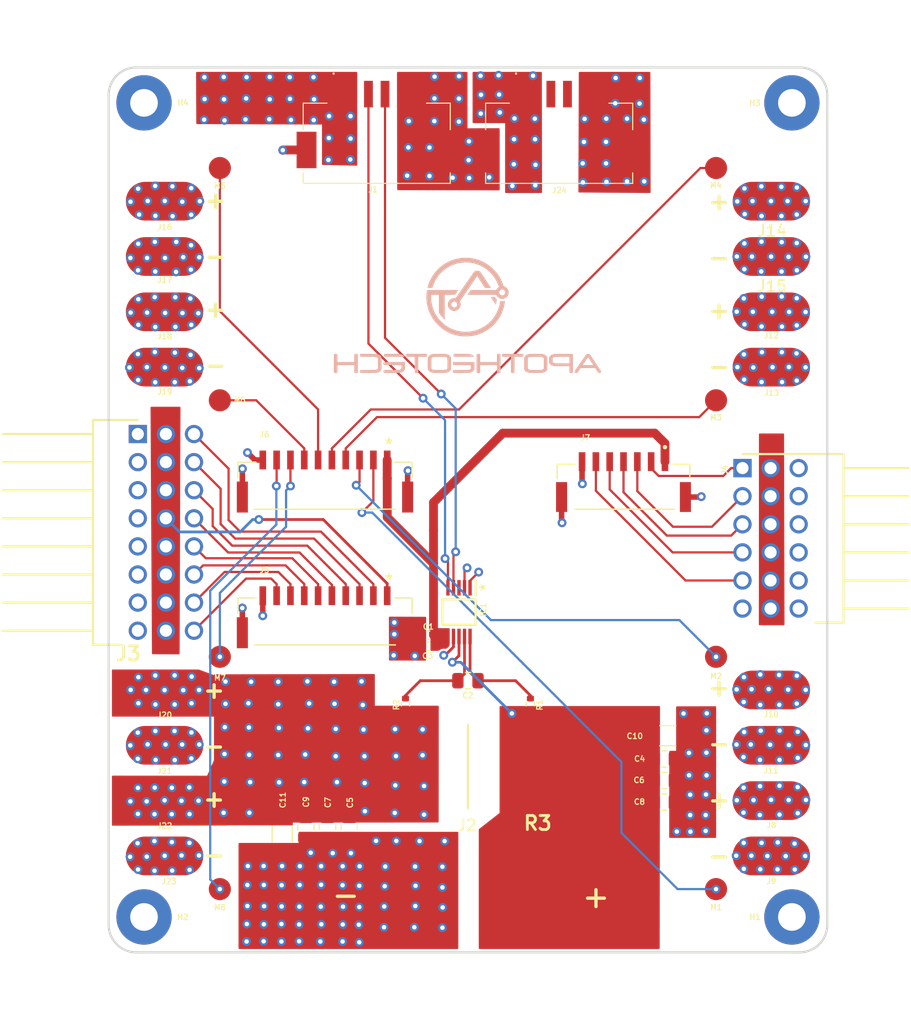
<source format=kicad_pcb>
(kicad_pcb (version 20171130) (host pcbnew "(5.1.10)-1")
  (title_block (title "Power Distribution Board") (rev 1.0) (company "ApotheoTech LLC") (comment 1 "Author: Chance Reimer"))
  (layers (0 TOP_1.Cu signal) (1 PWR1_2.Cu power) (2 PWR2_3.Cu power) (3 GND1_4.Cu power) (4 GND2_5.Cu power) (31 BOT_6.Cu signal) (34 B.Paste user) (35 F.Paste user) (36 B.SilkS user) (37 F.SilkS user) (38 B.Mask user) (39 F.Mask user) (44 Edge.Cuts user))
  (net 0 "")
  (net 1 GND)
  (net 2 +5V)
  (net 3 "Net-(C2-Pad2)")
  (net 4 "Net-(C2-Pad1)")
  (net 5 VIN)
  (net 6 VIN_MONITORED)
  (net 7 "Net-(IC1-Pad3)")
  (net 8 /I2C_SDA_PWR)
  (net 9 /I2C_SCL_PWR)
  (net 10 PWR_BEC_5V_SERVO)
  (net 11 FMU_PWM_0)
  (net 12 FMU_PWM_1)
  (net 13 FMU_PWM_2)
  (net 14 FMU_PWM_3)
  (net 15 FMU_PWM_4)
  (net 16 FMU_PWM_5)
  (net 17 FMU_PWM_6)
  (net 18 FMU_PWM_7)
  (net 19 /FMU_CAP1)
  (net 20 /TIM_SPARE)
  (net 21 /TIM_SPARE2)
  (net 22 /ADC1_3V3)
  (net 23 /ADC2_6V6)
  (net 24 "Net-(J4-Pad16)")
  (net 25 IO_PWM_0)
  (net 26 IO_PWM_1)
  (net 27 IO_PWM_2)
  (net 28 IO_PWM_3)
  (net 29 IO_PWM_4)
  (net 30 IO_PWM_5)
  (net 31 IO_PWM_6)
  (net 32 IO_PWM_7)
  (net 33 "Net-(J24-Pad3)")
  (net 34 "Net-(J24-Pad4)")
  (net 35 /PWR_BEC_5V_2)
  (module Xavier_NX_Drone_PWR:5054050670 (layer TOP_1.Cu) (at 147.24 66.56)
    (fp_text reference J24 (at 0.03 5.62) (layer F.SilkS) (effects (font (size 0.5 0.5) (thickness 0.1))))
    (fp_text value 505405-0670 hide)
    (pad 1 smd rect (at -3.75 -3.083) (size 0.8 2.4) (layers TOP_1.Cu F.Paste F.Mask) (net 6 VIN_MONITORED))
    (pad 2 smd rect (at -2.25 -3.083) (size 0.8 2.4) (layers TOP_1.Cu F.Paste F.Mask) (net 6 VIN_MONITORED))
    (pad 3 smd rect (at -0.75 -3.083) (size 0.8 2.4) (layers TOP_1.Cu F.Paste F.Mask) (net 33 "Net-(J24-Pad3)"))
    (pad 4 smd rect (at 0.75 -3.083) (size 0.8 2.4) (layers TOP_1.Cu F.Paste F.Mask) (net 34 "Net-(J24-Pad4)"))
    (pad 5 smd rect (at 2.25 -3.083) (size 0.8 2.4) (layers TOP_1.Cu F.Paste F.Mask) (net 1 GND))
    (pad 6 smd rect (at 3.75 -3.083) (size 0.8 2.4) (layers TOP_1.Cu F.Paste F.Mask) (net 1 GND))
    (pad MP1 smd rect (at -6.35 1.968) (size 1.8 3.3) (layers TOP_1.Cu F.Paste F.Mask) (net 1 GND))
    (pad MP2 smd rect (at 6.35 1.968) (size 1.8 3.3) (layers TOP_1.Cu F.Paste F.Mask) (net 1 GND))
  )
  (module Xavier_NX_Drone_PWR:ApotheoTech_Sym (layer BOT_6.Cu) (at 138.96 83.48 180)
    (fp_text reference SYM1 hide)
    (fp_text value ApotheoTech_Logo hide)
  )
  (module "Xavier_NX_Drone_PWR:BM07B-GHS-TBT(LF)(SN)" (layer TOP_1.Cu) (at 153.06 98.555)
    (fp_text reference J7 (at -3.461675 -4.009935) (layer F.SilkS) (effects (font (size 0.5 0.5) (thickness 0.1))))
    (fp_text value JST_SM07B-GHS-TB_LF__SN_)
    (pad 7 smd rect (at -3.75 -1.85) (size 0.6 1.7) (layers TOP_1.Cu F.Paste F.Mask) (net 1 GND))
    (pad 6 smd rect (at -2.5 -1.85) (size 0.6 1.7) (layers TOP_1.Cu F.Paste F.Mask) (net 23 /ADC2_6V6))
    (pad 5 smd rect (at -1.25 -1.85) (size 0.6 1.7) (layers TOP_1.Cu F.Paste F.Mask) (net 22 /ADC1_3V3))
    (pad 4 smd rect (at 0 -1.85) (size 0.6 1.7) (layers TOP_1.Cu F.Paste F.Mask) (net 21 /TIM_SPARE2))
    (pad 3 smd rect (at 1.25 -1.85) (size 0.6 1.7) (layers TOP_1.Cu F.Paste F.Mask) (net 20 /TIM_SPARE))
    (pad S1 smd rect (at 5.6 1.35) (size 1 2.7) (layers TOP_1.Cu F.Paste F.Mask) (net 1 GND))
    (pad 2 smd rect (at 2.5 -1.85) (size 0.6 1.7) (layers TOP_1.Cu F.Paste F.Mask) (net 19 /FMU_CAP1))
    (pad 1 smd rect (at 3.75 -1.85) (size 0.6 1.7) (layers TOP_1.Cu F.Paste F.Mask) (net 2 +5V))
    (pad S2 smd rect (at -5.6 1.35) (size 1 2.7) (layers TOP_1.Cu F.Paste F.Mask) (net 1 GND))
  )
  (module MountingHole:MountingHole_2.5mm_Pad (layer TOP_1.Cu) (at 109.69 64.27)
    (fp_text reference H4 (at 3.53 -0.01) (layer F.SilkS) (effects (font (size 0.5 0.5) (thickness 0.1))))
    (fp_text value "2.5mm mounting")
    (pad 1 thru_hole circle (at 0 0) (size 5 5) (drill 2.5) (layers *.Cu *.Mask) (net 1 GND))
  )
  (module MountingHole:MountingHole_2.5mm_Pad (layer TOP_1.Cu) (at 168.29 64.27)
    (fp_text reference H3 (at -3.34 0.02) (layer F.SilkS) (effects (font (size 0.5 0.5) (thickness 0.1))))
    (fp_text value "2.5mm mounting")
    (pad 1 thru_hole circle (at 0 0) (size 5 5) (drill 2.5) (layers *.Cu *.Mask) (net 1 GND))
  )
  (module MountingHole:MountingHole_2.5mm_Pad (layer TOP_1.Cu) (at 109.69 137.87)
    (fp_text reference H2 (at 3.51 0.01) (layer F.SilkS) (effects (font (size 0.5 0.5) (thickness 0.1))))
    (fp_text value "2.5mm mounting")
    (pad 1 thru_hole circle (at 0 0) (size 5 5) (drill 2.5) (layers *.Cu *.Mask) (net 1 GND))
  )
  (module MountingHole:MountingHole_2.5mm_Pad (layer TOP_1.Cu) (at 168.29 137.87)
    (fp_text reference H1 (at -3.33 0.01) (layer F.SilkS) (effects (font (size 0.5 0.5) (thickness 0.1))))
    (fp_text value "2.5mm mounting")
    (pad 1 thru_hole circle (at 0 0) (size 5 5) (drill 2.5) (layers *.Cu *.Mask) (net 1 GND))
  )
  (module Xavier_NX_Drone_PWR:PU5931FKHPA0U2L (layer TOP_1.Cu) (at 138.99 124.28 180)
    (fp_text reference R3 (at -6.31 -5.11) (layer F.SilkS) (effects (font (size 1.27 1.27) (thickness 0.254))))
    (fp_text value 200uOhm hide)
    (pad 1 smd rect (at -5.65 0 180) (size 4.7 8) (layers TOP_1.Cu F.Paste F.Mask) (net 5 VIN))
    (pad 2 smd rect (at 5.65 0 180) (size 4.7 8) (layers TOP_1.Cu F.Paste F.Mask) (net 6 VIN_MONITORED))
  )
  (module Resistor_SMD:R_0402_1005Metric (layer TOP_1.Cu) (at 133.34 118.63 90)
    (fp_text reference R2 (at -0.06 -0.83 90) (layer F.SilkS) (effects (font (size 0.5 0.5) (thickness 0.1))))
    (fp_text value 10)
    (pad 2 smd roundrect (at 0.51 0 90) (size 0.54 0.64) (layers TOP_1.Cu F.Paste F.Mask) (net 3 "Net-(C2-Pad2)"))
    (pad 1 smd roundrect (at -0.51 0 90) (size 0.54 0.64) (layers TOP_1.Cu F.Paste F.Mask) (net 6 VIN_MONITORED))
  )
  (module Resistor_SMD:R_0402_1005Metric (layer TOP_1.Cu) (at 144.64 118.63 90)
    (fp_text reference R1 (at -0.08 0.84 90) (layer F.SilkS) (effects (font (size 0.5 0.5) (thickness 0.1))))
    (fp_text value 10)
    (pad 2 smd roundrect (at 0.51 0 90) (size 0.54 0.64) (layers TOP_1.Cu F.Paste F.Mask) (net 4 "Net-(C2-Pad1)"))
    (pad 1 smd roundrect (at -0.51 0 90) (size 0.54 0.64) (layers TOP_1.Cu F.Paste F.Mask) (net 5 VIN))
  )
  (module Xavier_NX_Drone_PWR:PWM_Solder_Joint (layer TOP_1.Cu) (at 116.55 135.35)
    (fp_text reference M8 (at 0 1.65) (layer F.SilkS) (effects (font (size 0.5 0.5) (thickness 0.1))))
    (fp_text value Solder_Joint)
    (pad 1 smd circle (at 0 0) (size 2 2) (layers TOP_1.Cu F.Paste F.Mask) (net 32 IO_PWM_7))
  )
  (module Xavier_NX_Drone_PWR:PWM_Solder_Joint (layer TOP_1.Cu) (at 116.55 114.35)
    (fp_text reference M7 (at 0.01 1.89) (layer F.SilkS) (effects (font (size 0.5 0.5) (thickness 0.1))))
    (fp_text value Solder_Joint)
    (pad 1 smd circle (at 0 0) (size 2 2) (layers TOP_1.Cu F.Paste F.Mask) (net 31 IO_PWM_6))
  )
  (module Xavier_NX_Drone_PWR:PWM_Solder_Joint (layer TOP_1.Cu) (at 116.55 91.16)
    (fp_text reference M6 (at 1.8 -0.03) (layer F.SilkS) (effects (font (size 0.5 0.5) (thickness 0.1))))
    (fp_text value Solder_Joint)
    (pad 1 smd circle (at 0 0) (size 2 2) (layers TOP_1.Cu F.Paste F.Mask) (net 30 IO_PWM_5))
  )
  (module Xavier_NX_Drone_PWR:PWM_Solder_Joint (layer TOP_1.Cu) (at 116.55 70.16)
    (fp_text reference M5 (at 0 1.61) (layer F.SilkS) (effects (font (size 0.5 0.5) (thickness 0.1))))
    (fp_text value Solder_Joint)
    (pad 1 smd circle (at 0 0) (size 2 2) (layers TOP_1.Cu F.Paste F.Mask) (net 29 IO_PWM_4))
  )
  (module Xavier_NX_Drone_PWR:PWM_Solder_Joint (layer TOP_1.Cu) (at 161.43 70.16)
    (fp_text reference M4 (at -0.02 1.56) (layer F.SilkS) (effects (font (size 0.5 0.5) (thickness 0.1))))
    (fp_text value Solder_Joint)
    (pad 1 smd circle (at 0 0) (size 2 2) (layers TOP_1.Cu F.Paste F.Mask) (net 28 IO_PWM_3))
  )
  (module Xavier_NX_Drone_PWR:PWM_Solder_Joint (layer TOP_1.Cu) (at 161.43 91.16)
    (fp_text reference M3 (at -0.01 1.56) (layer F.SilkS) (effects (font (size 0.5 0.5) (thickness 0.1))))
    (fp_text value Solder_Joint)
    (pad 1 smd circle (at 0 0) (size 2 2) (layers TOP_1.Cu F.Paste F.Mask) (net 27 IO_PWM_2))
  )
  (module Xavier_NX_Drone_PWR:PWM_Solder_Joint (layer TOP_1.Cu) (at 161.43 114.35)
    (fp_text reference M2 (at 0 1.75) (layer F.SilkS) (effects (font (size 0.5 0.5) (thickness 0.1))))
    (fp_text value Solder_Joint)
    (pad 1 smd circle (at 0 0) (size 2 2) (layers TOP_1.Cu F.Paste F.Mask) (net 26 IO_PWM_1))
  )
  (module Xavier_NX_Drone_PWR:PWM_Solder_Joint (layer TOP_1.Cu) (at 161.43 135.35)
    (fp_text reference M1 (at 0 1.65) (layer F.SilkS) (effects (font (size 0.5 0.5) (thickness 0.1))))
    (fp_text value Solder_Joint)
    (pad 1 smd circle (at 0 0) (size 2 2) (layers TOP_1.Cu F.Paste F.Mask) (net 25 IO_PWM_0))
  )
  (module Xavier_NX_Drone_PWR:Solder_Joint_PWR (layer TOP_1.Cu) (at 111.55 132.35)
    (fp_text reference J23 (at 0.41 2.3) (layer F.SilkS) (effects (font (size 0.5 0.5) (thickness 0.1))))
    (fp_text value Solder_Joint)
    (pad 1 smd oval (at 0 0) (size 7 3.5) (layers TOP_1.Cu F.Paste F.Mask) (net 1 GND))
  )
  (module Xavier_NX_Drone_PWR:Solder_Joint_PWR (layer TOP_1.Cu) (at 111.55 127.35)
    (fp_text reference J22 (at 0.01 2.28) (layer F.SilkS) (effects (font (size 0.5 0.5) (thickness 0.1))))
    (fp_text value Solder_Joint)
    (pad 1 smd oval (at 0 0) (size 7 3.5) (layers TOP_1.Cu F.Paste F.Mask) (net 6 VIN_MONITORED))
  )
  (module Xavier_NX_Drone_PWR:Solder_Joint_PWR (layer TOP_1.Cu) (at 111.55 122.35)
    (fp_text reference J21 (at 0 2.33) (layer F.SilkS) (effects (font (size 0.5 0.5) (thickness 0.1))))
    (fp_text value Solder_Joint)
    (pad 1 smd oval (at 0 0) (size 7 3.5) (layers TOP_1.Cu F.Paste F.Mask) (net 1 GND))
  )
  (module Xavier_NX_Drone_PWR:Solder_Joint_PWR (layer TOP_1.Cu) (at 111.55 117.35)
    (fp_text reference J20 (at 0 2.26) (layer F.SilkS) (effects (font (size 0.5 0.5) (thickness 0.1))))
    (fp_text value Solder_Joint)
    (pad 1 smd oval (at 0 0) (size 7 3.5) (layers TOP_1.Cu F.Paste F.Mask) (net 6 VIN_MONITORED))
  )
  (module Xavier_NX_Drone_PWR:Solder_Joint_PWR (layer TOP_1.Cu) (at 111.55 88.16)
    (fp_text reference J19 (at 0.03 2.23) (layer F.SilkS) (effects (font (size 0.5 0.5) (thickness 0.1))))
    (fp_text value Solder_Joint)
    (pad 1 smd oval (at 0 0) (size 7 3.5) (layers TOP_1.Cu F.Paste F.Mask) (net 1 GND))
  )
  (module Xavier_NX_Drone_PWR:Solder_Joint_PWR (layer TOP_1.Cu) (at 111.55 83.16)
    (fp_text reference J18 (at 0.01 2.21) (layer F.SilkS) (effects (font (size 0.5 0.5) (thickness 0.1))))
    (fp_text value Solder_Joint)
    (pad 1 smd oval (at 0 0) (size 7 3.5) (layers TOP_1.Cu F.Paste F.Mask) (net 6 VIN_MONITORED))
  )
  (module Xavier_NX_Drone_PWR:Solder_Joint_PWR (layer TOP_1.Cu) (at 111.55 78.16)
    (fp_text reference J17 (at 0.02 2.12) (layer F.SilkS) (effects (font (size 0.5 0.5) (thickness 0.1))))
    (fp_text value Solder_Joint)
    (pad 1 smd oval (at 0 0) (size 7 3.5) (layers TOP_1.Cu F.Paste F.Mask) (net 1 GND))
  )
  (module Xavier_NX_Drone_PWR:Solder_Joint_PWR (layer TOP_1.Cu) (at 111.55 73.16)
    (fp_text reference J16 (at 0.01 2.34) (layer F.SilkS) (effects (font (size 0.5 0.5) (thickness 0.1))))
    (fp_text value Solder_Joint)
    (pad 1 smd oval (at 0 0) (size 7 3.5) (layers TOP_1.Cu F.Paste F.Mask) (net 6 VIN_MONITORED))
  )
  (module Xavier_NX_Drone_PWR:Solder_Joint_PWR (layer TOP_1.Cu) (at 166.43 78.16)
    (fp_text reference J15 (at 0.06 2.68) (layer F.SilkS))
    (fp_text value Solder_Joint)
    (pad 1 smd oval (at 0 0) (size 7 3.5) (layers TOP_1.Cu F.Paste F.Mask) (net 1 GND))
  )
  (module Xavier_NX_Drone_PWR:Solder_Joint_PWR (layer TOP_1.Cu) (at 166.43 73.16)
    (fp_text reference J14 (at 0.06 2.68) (layer F.SilkS))
    (fp_text value Solder_Joint)
    (pad 1 smd oval (at 0 0) (size 7 3.5) (layers TOP_1.Cu F.Paste F.Mask) (net 6 VIN_MONITORED))
  )
  (module Xavier_NX_Drone_PWR:Solder_Joint_PWR (layer TOP_1.Cu) (at 166.43 88.16)
    (fp_text reference J13 (at 0.03 2.32) (layer F.SilkS) (effects (font (size 0.5 0.5) (thickness 0.1))))
    (fp_text value Solder_Joint)
    (pad 1 smd oval (at 0 0) (size 7 3.5) (layers TOP_1.Cu F.Paste F.Mask) (net 1 GND))
  )
  (module Xavier_NX_Drone_PWR:Solder_Joint_PWR (layer TOP_1.Cu) (at 166.43 83.16)
    (fp_text reference J12 (at 0.01 2.14) (layer F.SilkS) (effects (font (size 0.5 0.5) (thickness 0.1))))
    (fp_text value Solder_Joint)
    (pad 1 smd oval (at 0 0) (size 7 3.5) (layers TOP_1.Cu F.Paste F.Mask) (net 6 VIN_MONITORED))
  )
  (module Xavier_NX_Drone_PWR:Solder_Joint_PWR (layer TOP_1.Cu) (at 166.43 122.35)
    (fp_text reference J11 (at -0.02 2.29) (layer F.SilkS) (effects (font (size 0.5 0.5) (thickness 0.1))))
    (fp_text value Solder_Joint)
    (pad 1 smd oval (at 0 0) (size 7 3.5) (layers TOP_1.Cu F.Paste F.Mask) (net 1 GND))
  )
  (module Xavier_NX_Drone_PWR:Solder_Joint_PWR (layer TOP_1.Cu) (at 166.43 117.35)
    (fp_text reference J10 (at 0 2.2) (layer F.SilkS) (effects (font (size 0.5 0.5) (thickness 0.1))))
    (fp_text value Solder_Joint)
    (pad 1 smd oval (at 0 0) (size 7 3.5) (layers TOP_1.Cu F.Paste F.Mask) (net 6 VIN_MONITORED))
  )
  (module Xavier_NX_Drone_PWR:Solder_Joint_PWR (layer TOP_1.Cu) (at 166.43 132.35)
    (fp_text reference J9 (at 0 2.28) (layer F.SilkS) (effects (font (size 0.5 0.5) (thickness 0.1))))
    (fp_text value Solder_Joint)
    (pad 1 smd oval (at 0 0) (size 7 3.5) (layers TOP_1.Cu F.Paste F.Mask) (net 1 GND))
  )
  (module Xavier_NX_Drone_PWR:Solder_Joint_PWR (layer TOP_1.Cu) (at 166.43 127.35)
    (fp_text reference J8 (at 0.01 2.22) (layer F.SilkS) (effects (font (size 0.5 0.5) (thickness 0.1))))
    (fp_text value Solder_Joint)
    (pad 1 smd oval (at 0 0) (size 7 3.5) (layers TOP_1.Cu F.Paste F.Mask) (net 6 VIN_MONITORED))
  )
  (module "Xavier_NX_Drone_PWR:BM10B-GHS-TBT(LF)(SN)(N)" (layer TOP_1.Cu) (at 126.06 98.88)
    (fp_text reference J6 (at -5.47 -4.65) (layer F.SilkS) (effects (font (size 0.5 0.5) (thickness 0.1))))
    (fp_text value JST_BM10B-GHS-TBT_LF__SN__N_)
    (fp_text user * (at 5.77 -3.72) (layer F.SilkS))
    (pad 1 smd rect (at 5.625 -2.325) (size 0.6 1.7) (layers TOP_1.Cu F.Paste F.Mask) (net 2 +5V))
    (pad 2 smd rect (at 4.375 -2.325) (size 0.6 1.7) (layers TOP_1.Cu F.Paste F.Mask) (net 25 IO_PWM_0))
    (pad 3 smd rect (at 3.125 -2.325) (size 0.6 1.7) (layers TOP_1.Cu F.Paste F.Mask) (net 26 IO_PWM_1))
    (pad 4 smd rect (at 1.875 -2.325) (size 0.6 1.7) (layers TOP_1.Cu F.Paste F.Mask) (net 27 IO_PWM_2))
    (pad 5 smd rect (at 0.625 -2.325) (size 0.6 1.7) (layers TOP_1.Cu F.Paste F.Mask) (net 28 IO_PWM_3))
    (pad 6 smd rect (at -0.625 -2.325) (size 0.6 1.7) (layers TOP_1.Cu F.Paste F.Mask) (net 29 IO_PWM_4))
    (pad 7 smd rect (at -1.875 -2.325) (size 0.6 1.7) (layers TOP_1.Cu F.Paste F.Mask) (net 30 IO_PWM_5))
    (pad 8 smd rect (at -3.125 -2.325) (size 0.6 1.7) (layers TOP_1.Cu F.Paste F.Mask) (net 31 IO_PWM_6))
    (pad 9 smd rect (at -4.375 -2.325) (size 0.6 1.7) (layers TOP_1.Cu F.Paste F.Mask) (net 32 IO_PWM_7))
    (pad 10 smd rect (at -5.625 -2.325) (size 0.6 1.7) (layers TOP_1.Cu F.Paste F.Mask) (net 1 GND))
    (pad S1 smd rect (at -7.475 1.025) (size 1 2.8) (layers TOP_1.Cu F.Paste F.Mask) (net 1 GND))
    (pad S2 smd rect (at 7.475 1.025) (size 1 2.8) (layers TOP_1.Cu F.Paste F.Mask) (net 1 GND))
  )
  (module "Xavier_NX_Drone_PWR:BM10B-GHS-TBT(LF)(SN)(N)" (layer TOP_1.Cu) (at 126.06 111.15)
    (fp_text reference J5 (at -5.47 -4.65) (layer F.SilkS) (effects (font (size 0.5 0.5) (thickness 0.1))))
    (fp_text value JST_BM10B-GHS-TBT_LF__SN__N_)
    (fp_text user * (at 5.77 -3.72) (layer F.SilkS))
    (pad 1 smd rect (at 5.625 -2.325) (size 0.6 1.7) (layers TOP_1.Cu F.Paste F.Mask) (net 10 PWR_BEC_5V_SERVO))
    (pad 2 smd rect (at 4.375 -2.325) (size 0.6 1.7) (layers TOP_1.Cu F.Paste F.Mask) (net 11 FMU_PWM_0))
    (pad 3 smd rect (at 3.125 -2.325) (size 0.6 1.7) (layers TOP_1.Cu F.Paste F.Mask) (net 12 FMU_PWM_1))
    (pad 4 smd rect (at 1.875 -2.325) (size 0.6 1.7) (layers TOP_1.Cu F.Paste F.Mask) (net 13 FMU_PWM_2))
    (pad 5 smd rect (at 0.625 -2.325) (size 0.6 1.7) (layers TOP_1.Cu F.Paste F.Mask) (net 14 FMU_PWM_3))
    (pad 6 smd rect (at -0.625 -2.325) (size 0.6 1.7) (layers TOP_1.Cu F.Paste F.Mask) (net 15 FMU_PWM_4))
    (pad 7 smd rect (at -1.875 -2.325) (size 0.6 1.7) (layers TOP_1.Cu F.Paste F.Mask) (net 16 FMU_PWM_5))
    (pad 8 smd rect (at -3.125 -2.325) (size 0.6 1.7) (layers TOP_1.Cu F.Paste F.Mask) (net 17 FMU_PWM_6))
    (pad 9 smd rect (at -4.375 -2.325) (size 0.6 1.7) (layers TOP_1.Cu F.Paste F.Mask) (net 18 FMU_PWM_7))
    (pad 10 smd rect (at -5.625 -2.325) (size 0.6 1.7) (layers TOP_1.Cu F.Paste F.Mask) (net 1 GND))
    (pad S1 smd rect (at -7.475 1.025) (size 1 2.8) (layers TOP_1.Cu F.Paste F.Mask) (net 1 GND))
    (pad S2 smd rect (at 7.475 1.025) (size 1 2.8) (layers TOP_1.Cu F.Paste F.Mask) (net 1 GND))
  )
  (module Xavier_NX_Drone_PWR:header_3x6 (layer TOP_1.Cu) (at 163.82 97.29 270)
    (fp_text reference J4 (at 0.14 1.61 90) (layer F.SilkS) (effects (font (size 0.5 0.5) (thickness 0.1))))
    (fp_text value HDRRA18W64P254_3X6_1524X254X810P hide)
    (pad 1 thru_hole rect (at 0 0 270) (size 1.65 1.65) (drill 1.1) (layers *.Cu *.Mask) (net 19 /FMU_CAP1))
    (pad 2 thru_hole circle (at 0 -2.54 270) (size 1.65 1.65) (drill 1.1) (layers *.Cu *.Mask) (net 35 /PWR_BEC_5V_2))
    (pad 3 thru_hole circle (at 0 -5.08 270) (size 1.65 1.65) (drill 1.1) (layers *.Cu *.Mask) (net 1 GND))
    (pad 4 thru_hole circle (at 2.54 0 270) (size 1.65 1.65) (drill 1.1) (layers *.Cu *.Mask) (net 20 /TIM_SPARE))
    (pad 5 thru_hole circle (at 2.54 -2.54 270) (size 1.65 1.65) (drill 1.1) (layers *.Cu *.Mask) (net 35 /PWR_BEC_5V_2))
    (pad 6 thru_hole circle (at 2.54 -5.08 270) (size 1.65 1.65) (drill 1.1) (layers *.Cu *.Mask) (net 1 GND))
    (pad 7 thru_hole circle (at 5.08 0 270) (size 1.65 1.65) (drill 1.1) (layers *.Cu *.Mask) (net 21 /TIM_SPARE2))
    (pad 8 thru_hole circle (at 5.08 -2.54 270) (size 1.65 1.65) (drill 1.1) (layers *.Cu *.Mask) (net 35 /PWR_BEC_5V_2))
    (pad 9 thru_hole circle (at 5.08 -5.08 270) (size 1.65 1.65) (drill 1.1) (layers *.Cu *.Mask) (net 1 GND))
    (pad 10 thru_hole circle (at 7.62 0 270) (size 1.65 1.65) (drill 1.1) (layers *.Cu *.Mask) (net 22 /ADC1_3V3))
    (pad 11 thru_hole circle (at 7.62 -2.54 270) (size 1.65 1.65) (drill 1.1) (layers *.Cu *.Mask) (net 35 /PWR_BEC_5V_2))
    (pad 12 thru_hole circle (at 7.62 -5.08 270) (size 1.65 1.65) (drill 1.1) (layers *.Cu *.Mask) (net 1 GND))
    (pad 13 thru_hole circle (at 10.16 0 270) (size 1.65 1.65) (drill 1.1) (layers *.Cu *.Mask) (net 23 /ADC2_6V6))
    (pad 14 thru_hole circle (at 10.16 -2.54 270) (size 1.65 1.65) (drill 1.1) (layers *.Cu *.Mask) (net 35 /PWR_BEC_5V_2))
    (pad 15 thru_hole circle (at 10.16 -5.08 270) (size 1.65 1.65) (drill 1.1) (layers *.Cu *.Mask) (net 1 GND))
    (pad 16 thru_hole circle (at 12.7 0 270) (size 1.65 1.65) (drill 1.1) (layers *.Cu *.Mask) (net 24 "Net-(J4-Pad16)"))
    (pad 17 thru_hole circle (at 12.7 -2.54 270) (size 1.65 1.65) (drill 1.1) (layers *.Cu *.Mask) (net 35 /PWR_BEC_5V_2))
    (pad 18 thru_hole circle (at 12.7 -5.08 270) (size 1.65 1.65) (drill 1.1) (layers *.Cu *.Mask) (net 1 GND))
  )
  (module Xavier_NX_Drone_PWR:header_3x8 (layer TOP_1.Cu) (at 109.13 94.21 90)
    (fp_text reference J3 (at -19.85 -0.85 180) (layer F.SilkS) (effects (font (size 1.27 1.27) (thickness 0.254))))
    (fp_text value HDRRA24W64P254_3X8_2032X254X812P hide)
    (pad 1 thru_hole rect (at 0 0 90) (size 1.65 1.65) (drill 1.1) (layers *.Cu *.Mask) (net 1 GND))
    (pad 2 thru_hole circle (at 0 2.54 90) (size 1.65 1.65) (drill 1.1) (layers *.Cu *.Mask) (net 10 PWR_BEC_5V_SERVO))
    (pad 3 thru_hole circle (at 0 5.08 90) (size 1.65 1.65) (drill 1.1) (layers *.Cu *.Mask) (net 11 FMU_PWM_0))
    (pad 4 thru_hole circle (at -2.54 0 90) (size 1.65 1.65) (drill 1.1) (layers *.Cu *.Mask) (net 1 GND))
    (pad 5 thru_hole circle (at -2.54 2.54 90) (size 1.65 1.65) (drill 1.1) (layers *.Cu *.Mask) (net 10 PWR_BEC_5V_SERVO))
    (pad 6 thru_hole circle (at -2.54 5.08 90) (size 1.65 1.65) (drill 1.1) (layers *.Cu *.Mask) (net 12 FMU_PWM_1))
    (pad 7 thru_hole circle (at -5.08 0 90) (size 1.65 1.65) (drill 1.1) (layers *.Cu *.Mask) (net 1 GND))
    (pad 8 thru_hole circle (at -5.08 2.54 90) (size 1.65 1.65) (drill 1.1) (layers *.Cu *.Mask) (net 10 PWR_BEC_5V_SERVO))
    (pad 9 thru_hole circle (at -5.08 5.08 90) (size 1.65 1.65) (drill 1.1) (layers *.Cu *.Mask) (net 13 FMU_PWM_2))
    (pad 10 thru_hole circle (at -7.62 0 90) (size 1.65 1.65) (drill 1.1) (layers *.Cu *.Mask) (net 1 GND))
    (pad 11 thru_hole circle (at -7.62 2.54 90) (size 1.65 1.65) (drill 1.1) (layers *.Cu *.Mask) (net 10 PWR_BEC_5V_SERVO))
    (pad 12 thru_hole circle (at -7.62 5.08 90) (size 1.65 1.65) (drill 1.1) (layers *.Cu *.Mask) (net 14 FMU_PWM_3))
    (pad 13 thru_hole circle (at -10.16 0 90) (size 1.65 1.65) (drill 1.1) (layers *.Cu *.Mask) (net 1 GND))
    (pad 14 thru_hole circle (at -10.16 2.54 90) (size 1.65 1.65) (drill 1.1) (layers *.Cu *.Mask) (net 10 PWR_BEC_5V_SERVO))
    (pad 15 thru_hole circle (at -10.16 5.08 90) (size 1.65 1.65) (drill 1.1) (layers *.Cu *.Mask) (net 15 FMU_PWM_4))
    (pad 16 thru_hole circle (at -12.7 0 90) (size 1.65 1.65) (drill 1.1) (layers *.Cu *.Mask) (net 1 GND))
    (pad 17 thru_hole circle (at -12.7 2.54 90) (size 1.65 1.65) (drill 1.1) (layers *.Cu *.Mask) (net 10 PWR_BEC_5V_SERVO))
    (pad 18 thru_hole circle (at -12.7 5.08 90) (size 1.65 1.65) (drill 1.1) (layers *.Cu *.Mask) (net 16 FMU_PWM_5))
    (pad 19 thru_hole circle (at -15.24 0 90) (size 1.65 1.65) (drill 1.1) (layers *.Cu *.Mask) (net 1 GND))
    (pad 20 thru_hole circle (at -15.24 2.54 90) (size 1.65 1.65) (drill 1.1) (layers *.Cu *.Mask) (net 10 PWR_BEC_5V_SERVO))
    (pad 21 thru_hole circle (at -15.24 5.08 90) (size 1.65 1.65) (drill 1.1) (layers *.Cu *.Mask) (net 17 FMU_PWM_6))
    (pad 22 thru_hole circle (at -17.78 0 90) (size 1.65 1.65) (drill 1.1) (layers *.Cu *.Mask) (net 1 GND))
    (pad 23 thru_hole circle (at -17.78 2.54 90) (size 1.65 1.65) (drill 1.1) (layers *.Cu *.Mask) (net 10 PWR_BEC_5V_SERVO))
    (pad 24 thru_hole circle (at -17.78 5.08 90) (size 1.65 1.65) (drill 1.1) (layers *.Cu *.Mask) (net 18 FMU_PWM_7))
  )
  (module Xavier_NX_Drone_PWR:BAT_SOLDER_JOINT (layer TOP_1.Cu) (at 138.99 135.85 180)
    (fp_text reference J2 (at 0.08 6.26) (layer F.SilkS))
    (fp_text value Conn_01x02)
    (pad 2 smd rect (at 5 0 180) (size 8 8) (layers TOP_1.Cu F.Paste F.Mask) (net 1 GND))
    (pad 1 smd rect (at -5 0 180) (size 8 8) (layers TOP_1.Cu F.Paste F.Mask) (net 5 VIN))
  )
  (module Xavier_NX_Drone_PWR:5054050670 (layer TOP_1.Cu) (at 130.74 66.56)
    (fp_text reference J1 (at -0.34 5.54) (layer F.SilkS) (effects (font (size 0.5 0.5) (thickness 0.1))))
    (fp_text value 505405-0670 hide)
    (pad 1 smd rect (at -3.75 -3.083) (size 0.8 2.4) (layers TOP_1.Cu F.Paste F.Mask) (net 6 VIN_MONITORED))
    (pad 2 smd rect (at -2.25 -3.083) (size 0.8 2.4) (layers TOP_1.Cu F.Paste F.Mask) (net 6 VIN_MONITORED))
    (pad 3 smd rect (at -0.75 -3.083) (size 0.8 2.4) (layers TOP_1.Cu F.Paste F.Mask) (net 9 /I2C_SCL_PWR))
    (pad 4 smd rect (at 0.75 -3.083) (size 0.8 2.4) (layers TOP_1.Cu F.Paste F.Mask) (net 8 /I2C_SDA_PWR))
    (pad 5 smd rect (at 2.25 -3.083) (size 0.8 2.4) (layers TOP_1.Cu F.Paste F.Mask) (net 1 GND))
    (pad 6 smd rect (at 3.75 -3.083) (size 0.8 2.4) (layers TOP_1.Cu F.Paste F.Mask) (net 1 GND))
    (pad MP1 smd rect (at -6.35 1.968) (size 1.8 3.3) (layers TOP_1.Cu F.Paste F.Mask) (net 1 GND))
    (pad MP2 smd rect (at 6.35 1.968) (size 1.8 3.3) (layers TOP_1.Cu F.Paste F.Mask) (net 1 GND))
  )
  (module Xavier_NX_Drone_PWR:INA238AIDGSR (layer TOP_1.Cu) (at 138.18 110.31 270)
    (fp_text reference IC1 (at -0.21 -2.21 90) (layer F.SilkS) (effects (font (size 0.5 0.5) (thickness 0.1))))
    (fp_text value SOP50P490X110-10N hide)
    (fp_text user * (at -2.23 -2.43 90) (layer F.SilkS))
    (pad 1 smd rect (at -2.2 -1) (size 0.3 1.4) (layers TOP_1.Cu F.Paste F.Mask) (net 1 GND))
    (pad 2 smd rect (at -2.2 -0.5) (size 0.3 1.4) (layers TOP_1.Cu F.Paste F.Mask) (net 1 GND))
    (pad 3 smd rect (at -2.2 0) (size 0.3 1.4) (layers TOP_1.Cu F.Paste F.Mask) (net 7 "Net-(IC1-Pad3)"))
    (pad 4 smd rect (at -2.2 0.5) (size 0.3 1.4) (layers TOP_1.Cu F.Paste F.Mask) (net 8 /I2C_SDA_PWR))
    (pad 5 smd rect (at -2.2 1) (size 0.3 1.4) (layers TOP_1.Cu F.Paste F.Mask) (net 9 /I2C_SCL_PWR))
    (pad 6 smd rect (at 2.2 1) (size 0.3 1.4) (layers TOP_1.Cu F.Paste F.Mask) (net 2 +5V))
    (pad 7 smd rect (at 2.2 0.5) (size 0.3 1.4) (layers TOP_1.Cu F.Paste F.Mask) (net 1 GND))
    (pad 8 smd rect (at 2.2 0) (size 0.3 1.4) (layers TOP_1.Cu F.Paste F.Mask) (net 5 VIN))
    (pad 9 smd rect (at 2.2 -0.5) (size 0.3 1.4) (layers TOP_1.Cu F.Paste F.Mask) (net 3 "Net-(C2-Pad2)"))
    (pad 10 smd rect (at 2.2 -1) (size 0.3 1.4) (layers TOP_1.Cu F.Paste F.Mask) (net 4 "Net-(C2-Pad1)"))
  )
  (module Resistor_SMD:R_1206_3216Metric (layer TOP_1.Cu) (at 122.19 130.38 270)
    (fp_text reference C11 (at -3.08 -0.05 90) (layer F.SilkS) (effects (font (size 0.5 0.5) (thickness 0.1))))
    (fp_text value 1uF)
    (pad 2 smd roundrect (at 1.4625 0 270) (size 1.125 1.75) (layers TOP_1.Cu F.Paste F.Mask) (roundrect_rratio 0.222222) (net 1 GND))
    (pad 1 smd roundrect (at -1.4625 0 270) (size 1.125 1.75) (layers TOP_1.Cu F.Paste F.Mask) (roundrect_rratio 0.222222) (net 6 VIN_MONITORED))
  )
  (module Resistor_SMD:R_1206_3216Metric (layer TOP_1.Cu) (at 157.07 121.48 180)
    (fp_text reference C10 (at 2.99 -0.04) (layer F.SilkS) (effects (font (size 0.5 0.5) (thickness 0.1))))
    (fp_text value 1uF)
    (pad 2 smd roundrect (at 1.4625 0 180) (size 1.125 1.75) (layers TOP_1.Cu F.Paste F.Mask) (roundrect_rratio 0.222222) (net 5 VIN))
    (pad 1 smd roundrect (at -1.4625 0 180) (size 1.125 1.75) (layers TOP_1.Cu F.Paste F.Mask) (roundrect_rratio 0.222222) (net 1 GND))
  )
  (module Resistor_SMD:R_0805_2012Metric (layer TOP_1.Cu) (at 124.33 129.78 90)
    (fp_text reference C9 (at 2.31 0.02 90) (layer F.SilkS) (effects (font (size 0.5 0.5) (thickness 0.1))))
    (fp_text value 0.1uF)
    (pad 2 smd roundrect (at 0.9125 0 90) (size 1.025 1.4) (layers TOP_1.Cu F.Paste F.Mask) (roundrect_rratio 0.243902) (net 6 VIN_MONITORED))
    (pad 1 smd roundrect (at -0.9125 0 90) (size 1.025 1.4) (layers TOP_1.Cu F.Paste F.Mask) (roundrect_rratio 0.243902) (net 1 GND))
  )
  (module Resistor_SMD:R_0805_2012Metric (layer TOP_1.Cu) (at 156.75 127.49 180)
    (fp_text reference C8 (at 2.25 0.03) (layer F.SilkS) (effects (font (size 0.5 0.5) (thickness 0.1))))
    (fp_text value 0.1uF)
    (pad 2 smd roundrect (at 0.9125 0 180) (size 1.025 1.4) (layers TOP_1.Cu F.Paste F.Mask) (roundrect_rratio 0.243902) (net 5 VIN))
    (pad 1 smd roundrect (at -0.9125 0 180) (size 1.025 1.4) (layers TOP_1.Cu F.Paste F.Mask) (roundrect_rratio 0.243902) (net 1 GND))
  )
  (module Resistor_SMD:R_0805_2012Metric (layer TOP_1.Cu) (at 126.29 129.78 90)
    (fp_text reference C7 (at 2.26 0.03 90) (layer F.SilkS) (effects (font (size 0.5 0.5) (thickness 0.1))))
    (fp_text value 0.1uF)
    (pad 2 smd roundrect (at 0.9125 0 90) (size 1.025 1.4) (layers TOP_1.Cu F.Paste F.Mask) (roundrect_rratio 0.243902) (net 6 VIN_MONITORED))
    (pad 1 smd roundrect (at -0.9125 0 90) (size 1.025 1.4) (layers TOP_1.Cu F.Paste F.Mask) (roundrect_rratio 0.243902) (net 1 GND))
  )
  (module Resistor_SMD:R_0805_2012Metric (layer TOP_1.Cu) (at 156.75 125.53 180)
    (fp_text reference C6 (at 2.28 0.03) (layer F.SilkS) (effects (font (size 0.5 0.5) (thickness 0.1))))
    (fp_text value 0.1uF)
    (pad 2 smd roundrect (at 0.9125 0 180) (size 1.025 1.4) (layers TOP_1.Cu F.Paste F.Mask) (roundrect_rratio 0.243902) (net 5 VIN))
    (pad 1 smd roundrect (at -0.9125 0 180) (size 1.025 1.4) (layers TOP_1.Cu F.Paste F.Mask) (roundrect_rratio 0.243902) (net 1 GND))
  )
  (module Resistor_SMD:R_0805_2012Metric (layer TOP_1.Cu) (at 128.26 129.78 90)
    (fp_text reference C5 (at 2.24 0.06 90) (layer F.SilkS) (effects (font (size 0.5 0.5) (thickness 0.1))))
    (fp_text value 0.1uF)
    (pad 2 smd roundrect (at 0.9125 0 90) (size 1.025 1.4) (layers TOP_1.Cu F.Paste F.Mask) (roundrect_rratio 0.243902) (net 6 VIN_MONITORED))
    (pad 1 smd roundrect (at -0.9125 0 90) (size 1.025 1.4) (layers TOP_1.Cu F.Paste F.Mask) (roundrect_rratio 0.243902) (net 1 GND))
  )
  (module Resistor_SMD:R_0805_2012Metric (layer TOP_1.Cu) (at 156.75 123.59 180)
    (fp_text reference C4 (at 2.23 0.02) (layer F.SilkS) (effects (font (size 0.5 0.5) (thickness 0.1))))
    (fp_text value 0.1uF)
    (pad 2 smd roundrect (at 0.9125 0 180) (size 1.025 1.4) (layers TOP_1.Cu F.Paste F.Mask) (roundrect_rratio 0.243902) (net 5 VIN))
    (pad 1 smd roundrect (at -0.9125 0 180) (size 1.025 1.4) (layers TOP_1.Cu F.Paste F.Mask) (roundrect_rratio 0.243902) (net 1 GND))
  )
  (module Resistor_SMD:R_0402_1005Metric (layer TOP_1.Cu) (at 135.39 113.4 180)
    (fp_text reference C3 (at 0.04 -0.88) (layer F.SilkS) (effects (font (size 0.5 0.5) (thickness 0.1))))
    (fp_text value 1uF)
    (pad 2 smd roundrect (at 0.51 0 180) (size 0.54 0.64) (layers TOP_1.Cu F.Paste F.Mask) (net 1 GND))
    (pad 1 smd roundrect (at -0.51 0 180) (size 0.54 0.64) (layers TOP_1.Cu F.Paste F.Mask) (net 2 +5V))
  )
  (module Resistor_SMD:R_0805_2012Metric (layer TOP_1.Cu) (at 138.99 116.51 180)
    (fp_text reference C2 (at 0.01 -1.33) (layer F.SilkS) (effects (font (size 0.5 0.5) (thickness 0.1))))
    (fp_text value 0.1uF)
    (pad 2 smd roundrect (at 0.9125 0 180) (size 1.025 1.4) (layers TOP_1.Cu F.Paste F.Mask) (roundrect_rratio 0.243902) (net 3 "Net-(C2-Pad2)"))
    (pad 1 smd roundrect (at -0.9125 0 180) (size 1.025 1.4) (layers TOP_1.Cu F.Paste F.Mask) (roundrect_rratio 0.243902) (net 4 "Net-(C2-Pad1)"))
  )
  (module Resistor_SMD:R_0402_1005Metric (layer TOP_1.Cu) (at 135.39 112.4 180)
    (fp_text reference C1 (at -0.02 0.77) (layer F.SilkS) (effects (font (size 0.5 0.5) (thickness 0.1))))
    (fp_text value 0.1uF)
    (pad 2 smd roundrect (at 0.51 0 180) (size 0.54 0.64) (layers TOP_1.Cu F.Paste F.Mask) (net 1 GND))
    (pad 1 smd roundrect (at -0.51 0 180) (size 0.54 0.64) (layers TOP_1.Cu F.Paste F.Mask) (net 2 +5V))
  )
  (gr_text + (at 116.03 127.19) (layer F.SilkS) (effects (font (size 1.5 1.5) (thickness 0.3))))
  (gr_text _ (at 116.03 131.54) (layer F.SilkS) (effects (font (size 1.5 1.5) (thickness 0.3))))
  (gr_text _ (at 116.03 121.69) (layer F.SilkS) (effects (font (size 1.5 1.5) (thickness 0.3))))
  (gr_text + (at 116.03 117.34) (layer F.SilkS) (effects (font (size 1.5 1.5) (thickness 0.3))))
  (gr_text + (at 116.16 82.91) (layer F.SilkS) (effects (font (size 1.5 1.5) (thickness 0.3))))
  (gr_text _ (at 116.16 87.26) (layer F.SilkS) (effects (font (size 1.5 1.5) (thickness 0.3))))
  (gr_text _ (at 116.16 77.41) (layer F.SilkS) (effects (font (size 1.5 1.5) (thickness 0.3))))
  (gr_text + (at 116.16 73.06) (layer F.SilkS) (effects (font (size 1.5 1.5) (thickness 0.3))))
  (gr_text _ (at 161.7 131.62) (layer F.SilkS) (effects (font (size 1.5 1.5) (thickness 0.3))))
  (gr_text + (at 161.7 127.27) (layer F.SilkS) (effects (font (size 1.5 1.5) (thickness 0.3))))
  (gr_text _ (at 161.7 121.48) (layer F.SilkS) (effects (font (size 1.5 1.5) (thickness 0.3))))
  (gr_text + (at 161.7 117.13) (layer F.SilkS) (effects (font (size 1.5 1.5) (thickness 0.3))))
  (gr_text _ (at 161.7 87.38) (layer F.SilkS) (effects (font (size 1.5 1.5) (thickness 0.3))))
  (gr_text + (at 161.7 83.03) (layer F.SilkS) (effects (font (size 1.5 1.5) (thickness 0.3))))
  (gr_text _ (at 161.7 77.53) (layer F.SilkS) (effects (font (size 1.5 1.5) (thickness 0.3))))
  (gr_text + (at 161.7 73.18) (layer F.SilkS) (effects (font (size 1.5 1.5) (thickness 0.3))))
  (gr_line (start 171.49 63.57) (end 171.49 138.57) (layer Edge.Cuts) (width 0.2))
  (gr_line (start 108.99 61.07) (end 168.99 61.07) (layer Edge.Cuts) (width 0.2))
  (gr_line (start 106.49 63.57) (end 106.49 138.57) (layer Edge.Cuts) (width 0.2))
  (gr_arc (start 168.99 138.57) (end 168.99 141.07) (angle -90) (layer Edge.Cuts) (width 0.2))
  (gr_arc (start 108.99 138.57) (end 106.49 138.57) (angle -90) (layer Edge.Cuts) (width 0.2))
  (gr_arc (start 168.99 63.57) (end 171.49 63.57) (angle -90) (layer Edge.Cuts) (width 0.2))
  (gr_arc (start 108.99 63.57) (end 108.99 61.07) (angle -90) (layer Edge.Cuts) (width 0.2))
  (gr_line (start 108.99 141.07) (end 168.99 141.07) (layer Edge.Cuts) (width 0.2))
  (gr_text - (at 127.94 135.85) (layer F.SilkS) (effects (font (size 2 2) (thickness 0.3))))
  (gr_text + (at 150.57 136.02) (layer F.SilkS) (effects (font (size 2 2) (thickness 0.3))))
  (via (at 113.84 89.44) (size 0.8) (drill 0.4) (layers TOP_1.Cu BOT_6.Cu) (net 1))
  (via (at 112.47 89.52) (size 0.8) (drill 0.4) (layers TOP_1.Cu BOT_6.Cu) (net 1))
  (via (at 110.7 89.53) (size 0.8) (drill 0.4) (layers TOP_1.Cu BOT_6.Cu) (net 1))
  (via (at 109.16 89.33) (size 0.8) (drill 0.4) (layers TOP_1.Cu BOT_6.Cu) (net 1))
  (via (at 108.37 88.19) (size 0.8) (drill 0.4) (layers TOP_1.Cu BOT_6.Cu) (net 1))
  (via (at 109.95 88.16) (size 0.8) (drill 0.4) (layers TOP_1.Cu BOT_6.Cu) (net 1))
  (via (at 111.58 88.19) (size 0.8) (drill 0.4) (layers TOP_1.Cu BOT_6.Cu) (net 1))
  (via (at 113.15 88.23) (size 0.8) (drill 0.4) (layers TOP_1.Cu BOT_6.Cu) (net 1))
  (via (at 114.69 88.25) (size 0.8) (drill 0.4) (layers TOP_1.Cu BOT_6.Cu) (net 1))
  (via (at 113.9 87.05) (size 0.8) (drill 0.4) (layers TOP_1.Cu BOT_6.Cu) (net 1))
  (via (at 112.48 86.85) (size 0.8) (drill 0.4) (layers TOP_1.Cu BOT_6.Cu) (net 1))
  (via (at 110.67 86.8) (size 0.8) (drill 0.4) (layers TOP_1.Cu BOT_6.Cu) (net 1))
  (via (at 109.14 86.98) (size 0.8) (drill 0.4) (layers TOP_1.Cu BOT_6.Cu) (net 1))
  (via (at 113.93 79.35) (size 0.8) (drill 0.4) (layers TOP_1.Cu BOT_6.Cu) (net 1))
  (via (at 112.59 79.55) (size 0.8) (drill 0.4) (layers TOP_1.Cu BOT_6.Cu) (net 1))
  (via (at 110.71 79.52) (size 0.8) (drill 0.4) (layers TOP_1.Cu BOT_6.Cu) (net 1))
  (via (at 109.15 79.41) (size 0.8) (drill 0.4) (layers TOP_1.Cu BOT_6.Cu) (net 1))
  (via (at 108.46 78.29) (size 0.8) (drill 0.4) (layers TOP_1.Cu BOT_6.Cu) (net 1))
  (via (at 109.97 78.29) (size 0.8) (drill 0.4) (layers TOP_1.Cu BOT_6.Cu) (net 1))
  (via (at 111.59 78.29) (size 0.8) (drill 0.4) (layers TOP_1.Cu BOT_6.Cu) (net 1))
  (via (at 113.24 78.22) (size 0.8) (drill 0.4) (layers TOP_1.Cu BOT_6.Cu) (net 1))
  (via (at 114.69 78.23) (size 0.8) (drill 0.4) (layers TOP_1.Cu BOT_6.Cu) (net 1))
  (via (at 113.95 77.14) (size 0.8) (drill 0.4) (layers TOP_1.Cu BOT_6.Cu) (net 1))
  (via (at 112.61 76.84) (size 0.8) (drill 0.4) (layers TOP_1.Cu BOT_6.Cu) (net 1))
  (via (at 110.67 76.84) (size 0.8) (drill 0.4) (layers TOP_1.Cu BOT_6.Cu) (net 1))
  (via (at 109.17 77.01) (size 0.8) (drill 0.4) (layers TOP_1.Cu BOT_6.Cu) (net 1))
  (via (at 168.73 76.94) (size 0.8) (drill 0.4) (layers TOP_1.Cu BOT_6.Cu) (net 1))
  (via (at 167.37 76.86) (size 0.8) (drill 0.4) (layers TOP_1.Cu BOT_6.Cu) (net 1))
  (via (at 165.54 76.82) (size 0.8) (drill 0.4) (layers TOP_1.Cu BOT_6.Cu) (net 1))
  (via (at 163.99 76.98) (size 0.8) (drill 0.4) (layers TOP_1.Cu BOT_6.Cu) (net 1))
  (via (at 163.31 78.16) (size 0.8) (drill 0.4) (layers TOP_1.Cu BOT_6.Cu) (net 1))
  (via (at 164.68 78.17) (size 0.8) (drill 0.4) (layers TOP_1.Cu BOT_6.Cu) (net 1))
  (via (at 166.41 78.17) (size 0.8) (drill 0.4) (layers TOP_1.Cu BOT_6.Cu) (net 1))
  (via (at 167.98 78.19) (size 0.8) (drill 0.4) (layers TOP_1.Cu BOT_6.Cu) (net 1))
  (via (at 169.56 78.18) (size 0.8) (drill 0.4) (layers TOP_1.Cu BOT_6.Cu) (net 1))
  (via (at 168.74 79.41) (size 0.8) (drill 0.4) (layers TOP_1.Cu BOT_6.Cu) (net 1))
  (via (at 167.36 79.52) (size 0.8) (drill 0.4) (layers TOP_1.Cu BOT_6.Cu) (net 1))
  (via (at 165.52 79.51) (size 0.8) (drill 0.4) (layers TOP_1.Cu BOT_6.Cu) (net 1))
  (via (at 163.99 79.31) (size 0.8) (drill 0.4) (layers TOP_1.Cu BOT_6.Cu) (net 1))
  (via (at 168.71 86.92) (size 0.8) (drill 0.4) (layers TOP_1.Cu BOT_6.Cu) (net 1))
  (via (at 167.38 86.81) (size 0.8) (drill 0.4) (layers TOP_1.Cu BOT_6.Cu) (net 1))
  (via (at 165.58 86.81) (size 0.8) (drill 0.4) (layers TOP_1.Cu BOT_6.Cu) (net 1))
  (via (at 163.95 87.01) (size 0.8) (drill 0.4) (layers TOP_1.Cu BOT_6.Cu) (net 1))
  (via (at 163.36 88.16) (size 0.8) (drill 0.4) (layers TOP_1.Cu BOT_6.Cu) (net 1))
  (via (at 164.8 88.19) (size 0.8) (drill 0.4) (layers TOP_1.Cu BOT_6.Cu) (net 1))
  (via (at 166.54 88.17) (size 0.8) (drill 0.4) (layers TOP_1.Cu BOT_6.Cu) (net 1))
  (via (at 168.02 88.15) (size 0.8) (drill 0.4) (layers TOP_1.Cu BOT_6.Cu) (net 1))
  (via (at 169.53 88.18) (size 0.8) (drill 0.4) (layers TOP_1.Cu BOT_6.Cu) (net 1))
  (via (at 168.73 89.38) (size 0.8) (drill 0.4) (layers TOP_1.Cu BOT_6.Cu) (net 1))
  (via (at 167.4 89.51) (size 0.8) (drill 0.4) (layers TOP_1.Cu BOT_6.Cu) (net 1))
  (via (at 165.55 89.51) (size 0.8) (drill 0.4) (layers TOP_1.Cu BOT_6.Cu) (net 1))
  (via (at 163.97 89.29) (size 0.8) (drill 0.4) (layers TOP_1.Cu BOT_6.Cu) (net 1))
  (via (at 109.15 133.58) (size 0.8) (drill 0.4) (layers TOP_1.Cu BOT_6.Cu) (net 1))
  (via (at 110.64 133.69) (size 0.8) (drill 0.4) (layers TOP_1.Cu BOT_6.Cu) (net 1))
  (via (at 112.24 133.68) (size 0.8) (drill 0.4) (layers TOP_1.Cu BOT_6.Cu) (net 1))
  (via (at 113.81 133.61) (size 0.8) (drill 0.4) (layers TOP_1.Cu BOT_6.Cu) (net 1))
  (via (at 114.66 132.31) (size 0.8) (drill 0.4) (layers TOP_1.Cu BOT_6.Cu) (net 1))
  (via (at 113.09 132.31) (size 0.8) (drill 0.4) (layers TOP_1.Cu BOT_6.Cu) (net 1))
  (via (at 111.56 132.34) (size 0.8) (drill 0.4) (layers TOP_1.Cu BOT_6.Cu) (net 1))
  (via (at 109.94 132.42) (size 0.8) (drill 0.4) (layers TOP_1.Cu BOT_6.Cu) (net 1))
  (via (at 108.43 132.43) (size 0.8) (drill 0.4) (layers TOP_1.Cu BOT_6.Cu) (net 1))
  (via (at 113.8 131.17) (size 0.8) (drill 0.4) (layers TOP_1.Cu BOT_6.Cu) (net 1))
  (via (at 112.21 131.1) (size 0.8) (drill 0.4) (layers TOP_1.Cu BOT_6.Cu) (net 1))
  (via (at 110.63 131.01) (size 0.8) (drill 0.4) (layers TOP_1.Cu BOT_6.Cu) (net 1))
  (via (at 109.11 131.2) (size 0.8) (drill 0.4) (layers TOP_1.Cu BOT_6.Cu) (net 1))
  (via (at 113.97 123.54) (size 0.8) (drill 0.4) (layers TOP_1.Cu BOT_6.Cu) (net 1))
  (via (at 112.47 123.69) (size 0.8) (drill 0.4) (layers TOP_1.Cu BOT_6.Cu) (net 1))
  (via (at 110.74 123.67) (size 0.8) (drill 0.4) (layers TOP_1.Cu BOT_6.Cu) (net 1))
  (via (at 109.13 123.57) (size 0.8) (drill 0.4) (layers TOP_1.Cu BOT_6.Cu) (net 1))
  (via (at 108.45 122.36) (size 0.8) (drill 0.4) (layers TOP_1.Cu BOT_6.Cu) (net 1))
  (via (at 110.02 122.27) (size 0.8) (drill 0.4) (layers TOP_1.Cu BOT_6.Cu) (net 1))
  (via (at 111.64 122.28) (size 0.8) (drill 0.4) (layers TOP_1.Cu BOT_6.Cu) (net 1))
  (via (at 113.14 122.28) (size 0.8) (drill 0.4) (layers TOP_1.Cu BOT_6.Cu) (net 1))
  (via (at 114.69 122.28) (size 0.8) (drill 0.4) (layers TOP_1.Cu BOT_6.Cu) (net 1))
  (via (at 113.98 121.19) (size 0.8) (drill 0.4) (layers TOP_1.Cu BOT_6.Cu) (net 1))
  (via (at 112.45 121.06) (size 0.8) (drill 0.4) (layers TOP_1.Cu BOT_6.Cu) (net 1))
  (via (at 110.72 121.06) (size 0.8) (drill 0.4) (layers TOP_1.Cu BOT_6.Cu) (net 1))
  (via (at 109.13 121.2) (size 0.8) (drill 0.4) (layers TOP_1.Cu BOT_6.Cu) (net 1))
  (via (at 168.82 121.13) (size 0.8) (drill 0.4) (layers TOP_1.Cu BOT_6.Cu) (net 1))
  (via (at 167.18 121.02) (size 0.8) (drill 0.4) (layers TOP_1.Cu BOT_6.Cu) (net 1))
  (via (at 165.47 121.03) (size 0.8) (drill 0.4) (layers TOP_1.Cu BOT_6.Cu) (net 1))
  (via (at 163.97 121.15) (size 0.8) (drill 0.4) (layers TOP_1.Cu BOT_6.Cu) (net 1))
  (via (at 163.28 122.28) (size 0.8) (drill 0.4) (layers TOP_1.Cu BOT_6.Cu) (net 1))
  (via (at 164.57 122.28) (size 0.8) (drill 0.4) (layers TOP_1.Cu BOT_6.Cu) (net 1))
  (via (at 166.32 122.3) (size 0.8) (drill 0.4) (layers TOP_1.Cu BOT_6.Cu) (net 1))
  (via (at 168.02 122.33) (size 0.8) (drill 0.4) (layers TOP_1.Cu BOT_6.Cu) (net 1))
  (via (at 169.55 122.33) (size 0.8) (drill 0.4) (layers TOP_1.Cu BOT_6.Cu) (net 1))
  (via (at 168.82 123.49) (size 0.8) (drill 0.4) (layers TOP_1.Cu BOT_6.Cu) (net 1))
  (via (at 167.17 123.67) (size 0.8) (drill 0.4) (layers TOP_1.Cu BOT_6.Cu) (net 1))
  (via (at 165.4 123.67) (size 0.8) (drill 0.4) (layers TOP_1.Cu BOT_6.Cu) (net 1))
  (via (at 163.91 123.42) (size 0.8) (drill 0.4) (layers TOP_1.Cu BOT_6.Cu) (net 1))
  (via (at 136.68 138.84) (size 0.8) (drill 0.4) (layers TOP_1.Cu BOT_6.Cu) (net 1))
  (via (at 134.14 138.8) (size 0.8) (drill 0.4) (layers TOP_1.Cu BOT_6.Cu) (net 1))
  (via (at 131.4 138.8) (size 0.8) (drill 0.4) (layers TOP_1.Cu BOT_6.Cu) (net 1))
  (via (at 136.7 137.01) (size 0.8) (drill 0.4) (layers TOP_1.Cu BOT_6.Cu) (net 1))
  (via (at 134.23 136.88) (size 0.8) (drill 0.4) (layers TOP_1.Cu BOT_6.Cu) (net 1))
  (via (at 131.42 136.92) (size 0.8) (drill 0.4) (layers TOP_1.Cu BOT_6.Cu) (net 1))
  (via (at 136.68 135.2) (size 0.8) (drill 0.4) (layers TOP_1.Cu BOT_6.Cu) (net 1))
  (via (at 134.25 135.05) (size 0.8) (drill 0.4) (layers TOP_1.Cu BOT_6.Cu) (net 1))
  (via (at 131.46 135.09) (size 0.8) (drill 0.4) (layers TOP_1.Cu BOT_6.Cu) (net 1))
  (via (at 136.68 133.33) (size 0.8) (drill 0.4) (layers TOP_1.Cu BOT_6.Cu) (net 1))
  (via (at 134.21 133.31) (size 0.8) (drill 0.4) (layers TOP_1.Cu BOT_6.Cu) (net 1))
  (via (at 131.51 133.31) (size 0.8) (drill 0.4) (layers TOP_1.Cu BOT_6.Cu) (net 1))
  (via (at 168.53 131.24) (size 0.8) (drill 0.4) (layers TOP_1.Cu BOT_6.Cu) (net 1))
  (via (at 167.01 131.13) (size 0.8) (drill 0.4) (layers TOP_1.Cu BOT_6.Cu) (net 1))
  (via (at 165.55 131.17) (size 0.8) (drill 0.4) (layers TOP_1.Cu BOT_6.Cu) (net 1))
  (via (at 163.93 131.17) (size 0.8) (drill 0.4) (layers TOP_1.Cu BOT_6.Cu) (net 1))
  (via (at 163.25 132.33) (size 0.8) (drill 0.4) (layers TOP_1.Cu BOT_6.Cu) (net 1))
  (via (at 164.63 132.33) (size 0.8) (drill 0.4) (layers TOP_1.Cu BOT_6.Cu) (net 1))
  (via (at 166.07 132.36) (size 0.8) (drill 0.4) (layers TOP_1.Cu BOT_6.Cu) (net 1))
  (via (at 167.73 132.37) (size 0.8) (drill 0.4) (layers TOP_1.Cu BOT_6.Cu) (net 1))
  (via (at 169.5 132.36) (size 0.8) (drill 0.4) (layers TOP_1.Cu BOT_6.Cu) (net 1))
  (via (at 168.55 133.58) (size 0.8) (drill 0.4) (layers TOP_1.Cu BOT_6.Cu) (net 1))
  (via (at 166.99 133.57) (size 0.8) (drill 0.4) (layers TOP_1.Cu BOT_6.Cu) (net 1))
  (via (at 165.43 133.56) (size 0.8) (drill 0.4) (layers TOP_1.Cu BOT_6.Cu) (net 1))
  (via (at 163.94 133.52) (size 0.8) (drill 0.4) (layers TOP_1.Cu BOT_6.Cu) (net 1))
  (via (at 119.08 133.27) (size 0.8) (drill 0.4) (layers TOP_1.Cu BOT_6.Cu) (net 1))
  (via (at 120.51 133.27) (size 0.8) (drill 0.4) (layers TOP_1.Cu BOT_6.Cu) (net 1))
  (via (at 122.18 133.27) (size 0.8) (drill 0.4) (layers TOP_1.Cu BOT_6.Cu) (net 1))
  (via (at 123.79 133.28) (size 0.8) (drill 0.4) (layers TOP_1.Cu BOT_6.Cu) (net 1))
  (via (at 125.71 133.28) (size 0.8) (drill 0.4) (layers TOP_1.Cu BOT_6.Cu) (net 1))
  (via (at 127.66 133.29) (size 0.8) (drill 0.4) (layers TOP_1.Cu BOT_6.Cu) (net 1))
  (via (at 129.19 133.29) (size 0.8) (drill 0.4) (layers TOP_1.Cu BOT_6.Cu) (net 1))
  (via (at 119.04 134.98) (size 0.8) (drill 0.4) (layers TOP_1.Cu BOT_6.Cu) (net 1))
  (via (at 120.53 134.98) (size 0.8) (drill 0.4) (layers TOP_1.Cu BOT_6.Cu) (net 1))
  (via (at 122.14 135) (size 0.8) (drill 0.4) (layers TOP_1.Cu BOT_6.Cu) (net 1))
  (via (at 123.77 134.98) (size 0.8) (drill 0.4) (layers TOP_1.Cu BOT_6.Cu) (net 1))
  (via (at 125.71 134.96) (size 0.8) (drill 0.4) (layers TOP_1.Cu BOT_6.Cu) (net 1))
  (via (at 127.65 135) (size 0.8) (drill 0.4) (layers TOP_1.Cu BOT_6.Cu) (net 1))
  (via (at 129.16 135.05) (size 0.8) (drill 0.4) (layers TOP_1.Cu BOT_6.Cu) (net 1))
  (via (at 130.68 130.99) (size 0.8) (drill 0.4) (layers TOP_1.Cu BOT_6.Cu) (net 1))
  (via (at 132.51 130.99) (size 0.8) (drill 0.4) (layers TOP_1.Cu BOT_6.Cu) (net 1))
  (via (at 134.61 131.01) (size 0.8) (drill 0.4) (layers TOP_1.Cu BOT_6.Cu) (net 1))
  (via (at 136.88 131.01) (size 0.8) (drill 0.4) (layers TOP_1.Cu BOT_6.Cu) (net 1))
  (via (at 124.77 132.06) (size 0.8) (drill 0.4) (layers TOP_1.Cu BOT_6.Cu) (net 1))
  (via (at 126.76 132.1) (size 0.8) (drill 0.4) (layers TOP_1.Cu BOT_6.Cu) (net 1))
  (via (at 128.41 132.1) (size 0.8) (drill 0.4) (layers TOP_1.Cu BOT_6.Cu) (net 1))
  (via (at 119.04 136.88) (size 0.8) (drill 0.4) (layers TOP_1.Cu BOT_6.Cu) (net 1))
  (via (at 120.55 136.9) (size 0.8) (drill 0.4) (layers TOP_1.Cu BOT_6.Cu) (net 1))
  (via (at 122.14 136.92) (size 0.8) (drill 0.4) (layers TOP_1.Cu BOT_6.Cu) (net 1))
  (via (at 123.74 136.94) (size 0.8) (drill 0.4) (layers TOP_1.Cu BOT_6.Cu) (net 1))
  (via (at 125.68 136.94) (size 0.8) (drill 0.4) (layers TOP_1.Cu BOT_6.Cu) (net 1))
  (via (at 127.69 136.94) (size 0.8) (drill 0.4) (layers TOP_1.Cu BOT_6.Cu) (net 1))
  (via (at 129.16 136.97) (size 0.8) (drill 0.4) (layers TOP_1.Cu BOT_6.Cu) (net 1))
  (via (at 118.99 138.51) (size 0.8) (drill 0.4) (layers TOP_1.Cu BOT_6.Cu) (net 1))
  (via (at 120.53 138.53) (size 0.8) (drill 0.4) (layers TOP_1.Cu BOT_6.Cu) (net 1))
  (via (at 122.12 138.51) (size 0.8) (drill 0.4) (layers TOP_1.Cu BOT_6.Cu) (net 1))
  (via (at 123.72 138.55) (size 0.8) (drill 0.4) (layers TOP_1.Cu BOT_6.Cu) (net 1))
  (via (at 125.73 138.53) (size 0.8) (drill 0.4) (layers TOP_1.Cu BOT_6.Cu) (net 1))
  (via (at 127.67 138.55) (size 0.8) (drill 0.4) (layers TOP_1.Cu BOT_6.Cu) (net 1))
  (via (at 129.12 138.57) (size 0.8) (drill 0.4) (layers TOP_1.Cu BOT_6.Cu) (net 1))
  (via (at 118.97 140.09) (size 0.8) (drill 0.4) (layers TOP_1.Cu BOT_6.Cu) (net 1))
  (via (at 120.51 140.07) (size 0.8) (drill 0.4) (layers TOP_1.Cu BOT_6.Cu) (net 1))
  (via (at 122.12 140.09) (size 0.8) (drill 0.4) (layers TOP_1.Cu BOT_6.Cu) (net 1))
  (via (at 123.72 140.07) (size 0.8) (drill 0.4) (layers TOP_1.Cu BOT_6.Cu) (net 1))
  (via (at 125.64 140.09) (size 0.8) (drill 0.4) (layers TOP_1.Cu BOT_6.Cu) (net 1))
  (via (at 127.65 140.09) (size 0.8) (drill 0.4) (layers TOP_1.Cu BOT_6.Cu) (net 1))
  (via (at 129.16 140.16) (size 0.8) (drill 0.4) (layers TOP_1.Cu BOT_6.Cu) (net 1))
  (segment (start 133.535 99.905) (end 133.535 97.555) (width 0.5) (layer TOP_1.Cu) (net 1))
  (via (at 133.57 97.52) (size 0.8) (drill 0.4) (layers TOP_1.Cu BOT_6.Cu) (net 1))
  (segment (start 133.535 97.555) (end 133.57 97.52) (width 0.5) (layer TOP_1.Cu) (net 1))
  (via (at 118.59 97.35) (size 0.8) (drill 0.4) (layers TOP_1.Cu BOT_6.Cu) (net 1))
  (segment (start 118.585 99.905) (end 118.585 97.355) (width 0.5) (layer TOP_1.Cu) (net 1))
  (segment (start 118.585 97.355) (end 118.59 97.35) (width 0.5) (layer TOP_1.Cu) (net 1))
  (via (at 147.5 102.23) (size 0.8) (drill 0.4) (layers TOP_1.Cu BOT_6.Cu) (net 1))
  (segment (start 147.46 99.905) (end 147.46 102.19) (width 0.5) (layer TOP_1.Cu) (net 1))
  (segment (start 147.46 102.19) (end 147.5 102.23) (width 0.5) (layer TOP_1.Cu) (net 1))
  (via (at 149.34 98.71) (size 0.8) (drill 0.4) (layers TOP_1.Cu BOT_6.Cu) (net 1))
  (segment (start 149.31 96.705) (end 149.31 98.68) (width 0.5) (layer TOP_1.Cu) (net 1))
  (segment (start 149.31 98.68) (end 149.34 98.71) (width 0.5) (layer TOP_1.Cu) (net 1))
  (via (at 160.09 99.87) (size 0.8) (drill 0.4) (layers TOP_1.Cu BOT_6.Cu) (net 1))
  (segment (start 158.66 99.905) (end 160.055 99.905) (width 0.5) (layer TOP_1.Cu) (net 1))
  (segment (start 160.055 99.905) (end 160.09 99.87) (width 0.5) (layer TOP_1.Cu) (net 1))
  (via (at 119.05 95.89) (size 0.8) (drill 0.4) (layers TOP_1.Cu BOT_6.Cu) (net 1))
  (segment (start 120.435 96.555) (end 119.715 96.555) (width 0.5) (layer TOP_1.Cu) (net 1))
  (segment (start 119.715 96.555) (end 119.05 95.89) (width 0.5) (layer TOP_1.Cu) (net 1))
  (via (at 118.58 109.94) (size 0.8) (drill 0.4) (layers TOP_1.Cu BOT_6.Cu) (net 1))
  (segment (start 118.585 112.175) (end 118.585 109.945) (width 0.5) (layer TOP_1.Cu) (net 1))
  (segment (start 118.585 109.945) (end 118.58 109.94) (width 0.5) (layer TOP_1.Cu) (net 1))
  (via (at 120.43 110.64) (size 0.8) (drill 0.4) (layers TOP_1.Cu BOT_6.Cu) (net 1))
  (segment (start 120.435 108.825) (end 120.435 110.635) (width 0.5) (layer TOP_1.Cu) (net 1))
  (segment (start 120.435 110.635) (end 120.43 110.64) (width 0.5) (layer TOP_1.Cu) (net 1))
  (via (at 158.49 119.48) (size 0.8) (drill 0.4) (layers TOP_1.Cu BOT_6.Cu) (net 1))
  (via (at 160.59 119.46) (size 0.8) (drill 0.4) (layers TOP_1.Cu BOT_6.Cu) (net 1))
  (via (at 160.56 121) (size 0.8) (drill 0.4) (layers TOP_1.Cu BOT_6.Cu) (net 1))
  (via (at 160.56 123.02) (size 0.8) (drill 0.4) (layers TOP_1.Cu BOT_6.Cu) (net 1))
  (via (at 160.57 125.07) (size 0.8) (drill 0.4) (layers TOP_1.Cu BOT_6.Cu) (net 1))
  (via (at 160.52 126.8) (size 0.8) (drill 0.4) (layers TOP_1.Cu BOT_6.Cu) (net 1))
  (via (at 160.49 128.66) (size 0.8) (drill 0.4) (layers TOP_1.Cu BOT_6.Cu) (net 1))
  (via (at 160.49 130.09) (size 0.8) (drill 0.4) (layers TOP_1.Cu BOT_6.Cu) (net 1))
  (via (at 157.88 130.15) (size 0.8) (drill 0.4) (layers TOP_1.Cu BOT_6.Cu) (net 1))
  (via (at 159.11 130.16) (size 0.8) (drill 0.4) (layers TOP_1.Cu BOT_6.Cu) (net 1))
  (via (at 159.09 128.66) (size 0.8) (drill 0.4) (layers TOP_1.Cu BOT_6.Cu) (net 1))
  (via (at 159.09 126.82) (size 0.8) (drill 0.4) (layers TOP_1.Cu BOT_6.Cu) (net 1))
  (via (at 158.99 125.06) (size 0.8) (drill 0.4) (layers TOP_1.Cu BOT_6.Cu) (net 1))
  (via (at 158.98 123.04) (size 0.8) (drill 0.4) (layers TOP_1.Cu BOT_6.Cu) (net 1))
  (segment (start 137.68 113.46) (end 136.925846 114.214154) (width 0.25) (layer TOP_1.Cu) (net 1))
  (segment (start 136.925846 114.214154) (end 136.800038 114.214154) (width 0.25) (layer TOP_1.Cu) (net 1))
  (via (at 136.800038 114.214154) (size 0.8) (drill 0.4) (layers TOP_1.Cu BOT_6.Cu) (net 1))
  (segment (start 137.68 112.51) (end 137.68 113.46) (width 0.25) (layer TOP_1.Cu) (net 1))
  (via (at 138.91 106.31) (size 0.8) (drill 0.4) (layers TOP_1.Cu BOT_6.Cu) (net 1))
  (segment (start 138.68 108.11) (end 138.68 106.54) (width 0.2) (layer TOP_1.Cu) (net 1))
  (segment (start 138.68 106.54) (end 138.91 106.31) (width 0.2) (layer TOP_1.Cu) (net 1))
  (via (at 139.96 106.69) (size 0.8) (drill 0.4) (layers TOP_1.Cu BOT_6.Cu) (net 1))
  (segment (start 139.18 108.11) (end 139.18 107.47) (width 0.2) (layer TOP_1.Cu) (net 1))
  (segment (start 139.18 107.47) (end 139.96 106.69) (width 0.2) (layer TOP_1.Cu) (net 1))
  (via (at 132.33 111.25) (size 0.8) (drill 0.4) (layers TOP_1.Cu BOT_6.Cu) (net 1))
  (via (at 132.33 112.31) (size 0.8) (drill 0.4) (layers TOP_1.Cu BOT_6.Cu) (net 1))
  (via (at 132.27 114.22) (size 0.8) (drill 0.4) (layers TOP_1.Cu BOT_6.Cu) (net 1))
  (via (at 134.18 114.27) (size 0.8) (drill 0.4) (layers TOP_1.Cu BOT_6.Cu) (net 1))
  (via (at 135.97 61.9) (size 0.8) (drill 0.4) (layers TOP_1.Cu BOT_6.Cu) (net 1))
  (via (at 138.18 61.86) (size 0.8) (drill 0.4) (layers TOP_1.Cu BOT_6.Cu) (net 1))
  (via (at 135.96 63.87) (size 0.8) (drill 0.4) (layers TOP_1.Cu BOT_6.Cu) (net 1))
  (via (at 138.17 63.89) (size 0.8) (drill 0.4) (layers TOP_1.Cu BOT_6.Cu) (net 1))
  (via (at 135.95 65.92) (size 0.8) (drill 0.4) (layers TOP_1.Cu BOT_6.Cu) (net 1))
  (via (at 138.17 65.97) (size 0.8) (drill 0.4) (layers TOP_1.Cu BOT_6.Cu) (net 1))
  (via (at 133.64 65.92) (size 0.8) (drill 0.4) (layers TOP_1.Cu BOT_6.Cu) (net 1))
  (via (at 133.6 68.3) (size 0.8) (drill 0.4) (layers TOP_1.Cu BOT_6.Cu) (net 1))
  (via (at 135.51 68.31) (size 0.8) (drill 0.4) (layers TOP_1.Cu BOT_6.Cu) (net 1))
  (via (at 133.49 70.85) (size 0.8) (drill 0.4) (layers TOP_1.Cu BOT_6.Cu) (net 1))
  (via (at 135.51 70.88) (size 0.8) (drill 0.4) (layers TOP_1.Cu BOT_6.Cu) (net 1))
  (via (at 122.24 68.55) (size 0.8) (drill 0.4) (layers TOP_1.Cu BOT_6.Cu) (net 1))
  (segment (start 124.39 68.528) (end 122.262 68.528) (width 0.8) (layer TOP_1.Cu) (net 1))
  (segment (start 122.262 68.528) (end 122.24 68.55) (width 0.8) (layer TOP_1.Cu) (net 1))
  (via (at 139.08 67.75) (size 0.8) (drill 0.4) (layers TOP_1.Cu BOT_6.Cu) (net 1))
  (via (at 139.05 69.45) (size 0.8) (drill 0.4) (layers TOP_1.Cu BOT_6.Cu) (net 1))
  (via (at 137.61 71.04) (size 0.8) (drill 0.4) (layers TOP_1.Cu BOT_6.Cu) (net 1))
  (via (at 140.91 71) (size 0.8) (drill 0.4) (layers TOP_1.Cu BOT_6.Cu) (net 1))
  (via (at 139.1 71.07) (size 0.8) (drill 0.4) (layers TOP_1.Cu BOT_6.Cu) (net 1))
  (via (at 152.35 62.02) (size 0.8) (drill 0.4) (layers TOP_1.Cu BOT_6.Cu) (net 1))
  (via (at 154.53 62.02) (size 0.8) (drill 0.4) (layers TOP_1.Cu BOT_6.Cu) (net 1))
  (via (at 152.31 64.31) (size 0.8) (drill 0.4) (layers TOP_1.Cu BOT_6.Cu) (net 1))
  (via (at 154.51 64.33) (size 0.8) (drill 0.4) (layers TOP_1.Cu BOT_6.Cu) (net 1))
  (via (at 149.54 65.72) (size 0.8) (drill 0.4) (layers TOP_1.Cu BOT_6.Cu) (net 1))
  (via (at 151.5 65.7) (size 0.8) (drill 0.4) (layers TOP_1.Cu BOT_6.Cu) (net 1))
  (via (at 153.38 65.7) (size 0.8) (drill 0.4) (layers TOP_1.Cu BOT_6.Cu) (net 1))
  (via (at 154.9 65.79) (size 0.8) (drill 0.4) (layers TOP_1.Cu BOT_6.Cu) (net 1))
  (via (at 149.48 67.8) (size 0.8) (drill 0.4) (layers TOP_1.Cu BOT_6.Cu) (net 1))
  (via (at 151.48 67.8) (size 0.8) (drill 0.4) (layers TOP_1.Cu BOT_6.Cu) (net 1))
  (via (at 149.37 69.74) (size 0.8) (drill 0.4) (layers TOP_1.Cu BOT_6.Cu) (net 1))
  (via (at 151.48 69.74) (size 0.8) (drill 0.4) (layers TOP_1.Cu BOT_6.Cu) (net 1))
  (via (at 149.39 71.46) (size 0.8) (drill 0.4) (layers TOP_1.Cu BOT_6.Cu) (net 1))
  (via (at 151.52 71.41) (size 0.8) (drill 0.4) (layers TOP_1.Cu BOT_6.Cu) (net 1))
  (via (at 153.38 71.37) (size 0.8) (drill 0.4) (layers TOP_1.Cu BOT_6.Cu) (net 1))
  (via (at 154.93 71.37) (size 0.8) (drill 0.4) (layers TOP_1.Cu BOT_6.Cu) (net 1))
  (segment (start 131.685 98.205) (end 131.69 98.21) (width 0.8) (layer TOP_1.Cu) (net 2))
  (segment (start 131.685 96.555) (end 131.685 98.205) (width 0.8) (layer TOP_1.Cu) (net 2))
  (segment (start 131.69 98.21) (end 131.69 101.74) (width 0.8) (layer TOP_1.Cu) (net 2))
  (segment (start 135.875 105.925) (end 135.875 112.4) (width 0.8) (layer TOP_1.Cu) (net 2))
  (segment (start 131.69 101.74) (end 135.875 105.925) (width 0.8) (layer TOP_1.Cu) (net 2))
  (segment (start 135.875 102.895) (end 135.875 105.925) (width 0.8) (layer TOP_1.Cu) (net 2))
  (segment (start 156.81 95.055) (end 155.885 94.13) (width 0.8) (layer TOP_1.Cu) (net 2))
  (segment (start 156.81 96.705) (end 156.81 95.055) (width 0.8) (layer TOP_1.Cu) (net 2))
  (segment (start 155.885 94.13) (end 142.14 94.13) (width 0.8) (layer TOP_1.Cu) (net 2))
  (segment (start 135.875 100.395) (end 135.875 102.895) (width 0.8) (layer TOP_1.Cu) (net 2))
  (segment (start 142.14 94.13) (end 135.875 100.395) (width 0.8) (layer TOP_1.Cu) (net 2))
  (segment (start 138.68 115.8825) (end 138.0525 116.51) (width 0.25) (layer TOP_1.Cu) (net 3))
  (segment (start 138.68 112.51) (end 138.68 115.8825) (width 0.25) (layer TOP_1.Cu) (net 3))
  (segment (start 133.34 117.85) (end 133.34 118.145) (width 0.25) (layer TOP_1.Cu) (net 3))
  (segment (start 134.68 116.51) (end 133.34 117.85) (width 0.25) (layer TOP_1.Cu) (net 3))
  (segment (start 138.0525 116.51) (end 134.68 116.51) (width 0.25) (layer TOP_1.Cu) (net 3))
  (segment (start 139.18 115.7625) (end 139.9275 116.51) (width 0.25) (layer TOP_1.Cu) (net 4))
  (segment (start 139.18 112.51) (end 139.18 115.7625) (width 0.25) (layer TOP_1.Cu) (net 4))
  (segment (start 143.3 116.51) (end 144.64 117.85) (width 0.25) (layer TOP_1.Cu) (net 4))
  (segment (start 144.64 117.85) (end 144.64 118.145) (width 0.25) (layer TOP_1.Cu) (net 4))
  (segment (start 139.9275 116.51) (end 143.3 116.51) (width 0.25) (layer TOP_1.Cu) (net 4))
  (via (at 137.58 114.84) (size 0.8) (drill 0.4) (layers TOP_1.Cu BOT_6.Cu) (net 5))
  (segment (start 138.18 114.24) (end 137.58 114.84) (width 0.25) (layer TOP_1.Cu) (net 5))
  (segment (start 138.18 112.51) (end 138.18 114.24) (width 0.25) (layer TOP_1.Cu) (net 5))
  (via (at 142.96 119.47) (size 0.8) (drill 0.4) (layers TOP_1.Cu BOT_6.Cu) (net 5))
  (segment (start 137.58 114.84) (end 138.33 114.84) (width 0.25) (layer BOT_6.Cu) (net 5))
  (segment (start 138.33 114.84) (end 142.96 119.47) (width 0.25) (layer BOT_6.Cu) (net 5))
  (via (at 135.02 126.03) (size 0.8) (drill 0.4) (layers TOP_1.Cu BOT_6.Cu) (net 6))
  (via (at 134.89 123.25) (size 0.8) (drill 0.4) (layers TOP_1.Cu BOT_6.Cu) (net 6))
  (via (at 134.89 120.92) (size 0.8) (drill 0.4) (layers TOP_1.Cu BOT_6.Cu) (net 6))
  (via (at 132.42 125.97) (size 0.8) (drill 0.4) (layers TOP_1.Cu BOT_6.Cu) (net 6))
  (via (at 132.48 123.33) (size 0.8) (drill 0.4) (layers TOP_1.Cu BOT_6.Cu) (net 6))
  (via (at 132.4 120.89) (size 0.8) (drill 0.4) (layers TOP_1.Cu BOT_6.Cu) (net 6))
  (via (at 113.97 84.34) (size 0.8) (drill 0.4) (layers TOP_1.Cu BOT_6.Cu) (net 6))
  (via (at 112.53 84.52) (size 0.8) (drill 0.4) (layers TOP_1.Cu BOT_6.Cu) (net 6))
  (via (at 110.71 84.53) (size 0.8) (drill 0.4) (layers TOP_1.Cu BOT_6.Cu) (net 6))
  (via (at 109.18 84.34) (size 0.8) (drill 0.4) (layers TOP_1.Cu BOT_6.Cu) (net 6))
  (via (at 108.48 83.23) (size 0.8) (drill 0.4) (layers TOP_1.Cu BOT_6.Cu) (net 6))
  (via (at 109.97 83.23) (size 0.8) (drill 0.4) (layers TOP_1.Cu BOT_6.Cu) (net 6))
  (via (at 111.6 83.26) (size 0.8) (drill 0.4) (layers TOP_1.Cu BOT_6.Cu) (net 6))
  (via (at 113.17 83.27) (size 0.8) (drill 0.4) (layers TOP_1.Cu BOT_6.Cu) (net 6))
  (via (at 114.6 83.29) (size 0.8) (drill 0.4) (layers TOP_1.Cu BOT_6.Cu) (net 6))
  (via (at 113.88 81.96) (size 0.8) (drill 0.4) (layers TOP_1.Cu BOT_6.Cu) (net 6))
  (via (at 112.52 81.84) (size 0.8) (drill 0.4) (layers TOP_1.Cu BOT_6.Cu) (net 6))
  (via (at 110.66 81.83) (size 0.8) (drill 0.4) (layers TOP_1.Cu BOT_6.Cu) (net 6))
  (via (at 109.18 82.02) (size 0.8) (drill 0.4) (layers TOP_1.Cu BOT_6.Cu) (net 6))
  (via (at 113.96 74.39) (size 0.8) (drill 0.4) (layers TOP_1.Cu BOT_6.Cu) (net 6))
  (via (at 112.28 74.52) (size 0.8) (drill 0.4) (layers TOP_1.Cu BOT_6.Cu) (net 6))
  (via (at 110.72 74.48) (size 0.8) (drill 0.4) (layers TOP_1.Cu BOT_6.Cu) (net 6))
  (via (at 109.25 74.37) (size 0.8) (drill 0.4) (layers TOP_1.Cu BOT_6.Cu) (net 6))
  (via (at 108.47 73.21) (size 0.8) (drill 0.4) (layers TOP_1.Cu BOT_6.Cu) (net 6))
  (via (at 110.03 73.14) (size 0.8) (drill 0.4) (layers TOP_1.Cu BOT_6.Cu) (net 6))
  (via (at 111.57 73.14) (size 0.8) (drill 0.4) (layers TOP_1.Cu BOT_6.Cu) (net 6))
  (via (at 113.15 73.21) (size 0.8) (drill 0.4) (layers TOP_1.Cu BOT_6.Cu) (net 6))
  (via (at 114.74 73.16) (size 0.8) (drill 0.4) (layers TOP_1.Cu BOT_6.Cu) (net 6))
  (via (at 113.96 71.98) (size 0.8) (drill 0.4) (layers TOP_1.Cu BOT_6.Cu) (net 6))
  (via (at 112.26 71.82) (size 0.8) (drill 0.4) (layers TOP_1.Cu BOT_6.Cu) (net 6))
  (via (at 110.7 71.78) (size 0.8) (drill 0.4) (layers TOP_1.Cu BOT_6.Cu) (net 6))
  (via (at 109.16 72.03) (size 0.8) (drill 0.4) (layers TOP_1.Cu BOT_6.Cu) (net 6))
  (via (at 168.74 71.92) (size 0.8) (drill 0.4) (layers TOP_1.Cu BOT_6.Cu) (net 6))
  (via (at 167.34 71.86) (size 0.8) (drill 0.4) (layers TOP_1.Cu BOT_6.Cu) (net 6))
  (via (at 165.53 71.82) (size 0.8) (drill 0.4) (layers TOP_1.Cu BOT_6.Cu) (net 6))
  (via (at 164 72.01) (size 0.8) (drill 0.4) (layers TOP_1.Cu BOT_6.Cu) (net 6))
  (via (at 163.35 73.18) (size 0.8) (drill 0.4) (layers TOP_1.Cu BOT_6.Cu) (net 6))
  (via (at 164.73 73.15) (size 0.8) (drill 0.4) (layers TOP_1.Cu BOT_6.Cu) (net 6))
  (via (at 166.4 73.15) (size 0.8) (drill 0.4) (layers TOP_1.Cu BOT_6.Cu) (net 6))
  (via (at 167.9 73.15) (size 0.8) (drill 0.4) (layers TOP_1.Cu BOT_6.Cu) (net 6))
  (via (at 169.54 73.15) (size 0.8) (drill 0.4) (layers TOP_1.Cu BOT_6.Cu) (net 6))
  (via (at 168.73 74.37) (size 0.8) (drill 0.4) (layers TOP_1.Cu BOT_6.Cu) (net 6))
  (via (at 167.35 74.5) (size 0.8) (drill 0.4) (layers TOP_1.Cu BOT_6.Cu) (net 6))
  (via (at 165.55 74.5) (size 0.8) (drill 0.4) (layers TOP_1.Cu BOT_6.Cu) (net 6))
  (via (at 164.02 74.33) (size 0.8) (drill 0.4) (layers TOP_1.Cu BOT_6.Cu) (net 6))
  (via (at 168.73 81.93) (size 0.8) (drill 0.4) (layers TOP_1.Cu BOT_6.Cu) (net 6))
  (via (at 167.37 81.78) (size 0.8) (drill 0.4) (layers TOP_1.Cu BOT_6.Cu) (net 6))
  (via (at 165.56 81.79) (size 0.8) (drill 0.4) (layers TOP_1.Cu BOT_6.Cu) (net 6))
  (via (at 163.94 81.95) (size 0.8) (drill 0.4) (layers TOP_1.Cu BOT_6.Cu) (net 6))
  (via (at 163.3 83.15) (size 0.8) (drill 0.4) (layers TOP_1.Cu BOT_6.Cu) (net 6))
  (via (at 164.76 83.16) (size 0.8) (drill 0.4) (layers TOP_1.Cu BOT_6.Cu) (net 6))
  (via (at 166.51 83.16) (size 0.8) (drill 0.4) (layers TOP_1.Cu BOT_6.Cu) (net 6))
  (via (at 168.04 83.17) (size 0.8) (drill 0.4) (layers TOP_1.Cu BOT_6.Cu) (net 6))
  (via (at 169.53 83.18) (size 0.8) (drill 0.4) (layers TOP_1.Cu BOT_6.Cu) (net 6))
  (via (at 168.73 84.39) (size 0.8) (drill 0.4) (layers TOP_1.Cu BOT_6.Cu) (net 6))
  (via (at 167.39 84.5) (size 0.8) (drill 0.4) (layers TOP_1.Cu BOT_6.Cu) (net 6))
  (via (at 165.55 84.49) (size 0.8) (drill 0.4) (layers TOP_1.Cu BOT_6.Cu) (net 6))
  (via (at 164 84.3) (size 0.8) (drill 0.4) (layers TOP_1.Cu BOT_6.Cu) (net 6))
  (via (at 168.74 116.06) (size 0.8) (drill 0.4) (layers TOP_1.Cu BOT_6.Cu) (net 6))
  (via (at 167.13 115.99) (size 0.8) (drill 0.4) (layers TOP_1.Cu BOT_6.Cu) (net 6))
  (via (at 165.43 115.95) (size 0.8) (drill 0.4) (layers TOP_1.Cu BOT_6.Cu) (net 6))
  (via (at 163.95 116.19) (size 0.8) (drill 0.4) (layers TOP_1.Cu BOT_6.Cu) (net 6))
  (via (at 163.29 117.3) (size 0.8) (drill 0.4) (layers TOP_1.Cu BOT_6.Cu) (net 6))
  (via (at 164.64 117.28) (size 0.8) (drill 0.4) (layers TOP_1.Cu BOT_6.Cu) (net 6))
  (via (at 166.19 117.27) (size 0.8) (drill 0.4) (layers TOP_1.Cu BOT_6.Cu) (net 6))
  (via (at 167.95 117.32) (size 0.8) (drill 0.4) (layers TOP_1.Cu BOT_6.Cu) (net 6))
  (via (at 169.54 117.34) (size 0.8) (drill 0.4) (layers TOP_1.Cu BOT_6.Cu) (net 6))
  (via (at 168.73 118.58) (size 0.8) (drill 0.4) (layers TOP_1.Cu BOT_6.Cu) (net 6))
  (via (at 167.15 118.69) (size 0.8) (drill 0.4) (layers TOP_1.Cu BOT_6.Cu) (net 6))
  (via (at 165.43 118.7) (size 0.8) (drill 0.4) (layers TOP_1.Cu BOT_6.Cu) (net 6))
  (via (at 163.93 118.44) (size 0.8) (drill 0.4) (layers TOP_1.Cu BOT_6.Cu) (net 6))
  (via (at 168.81 126.13) (size 0.8) (drill 0.4) (layers TOP_1.Cu BOT_6.Cu) (net 6))
  (via (at 167.17 126.01) (size 0.8) (drill 0.4) (layers TOP_1.Cu BOT_6.Cu) (net 6))
  (via (at 165.41 126.05) (size 0.8) (drill 0.4) (layers TOP_1.Cu BOT_6.Cu) (net 6))
  (via (at 163.92 126.18) (size 0.8) (drill 0.4) (layers TOP_1.Cu BOT_6.Cu) (net 6))
  (via (at 163.31 127.32) (size 0.8) (drill 0.4) (layers TOP_1.Cu BOT_6.Cu) (net 6))
  (via (at 164.82 127.31) (size 0.8) (drill 0.4) (layers TOP_1.Cu BOT_6.Cu) (net 6))
  (via (at 166.41 127.28) (size 0.8) (drill 0.4) (layers TOP_1.Cu BOT_6.Cu) (net 6))
  (via (at 168 127.3) (size 0.8) (drill 0.4) (layers TOP_1.Cu BOT_6.Cu) (net 6))
  (via (at 169.56 127.29) (size 0.8) (drill 0.4) (layers TOP_1.Cu BOT_6.Cu) (net 6))
  (via (at 168.82 128.49) (size 0.8) (drill 0.4) (layers TOP_1.Cu BOT_6.Cu) (net 6))
  (via (at 167.17 128.62) (size 0.8) (drill 0.4) (layers TOP_1.Cu BOT_6.Cu) (net 6))
  (via (at 165.39 128.65) (size 0.8) (drill 0.4) (layers TOP_1.Cu BOT_6.Cu) (net 6))
  (via (at 163.91 128.44) (size 0.8) (drill 0.4) (layers TOP_1.Cu BOT_6.Cu) (net 6))
  (via (at 113.99 118.55) (size 0.8) (drill 0.4) (layers TOP_1.Cu BOT_6.Cu) (net 6))
  (via (at 112.46 118.66) (size 0.8) (drill 0.4) (layers TOP_1.Cu BOT_6.Cu) (net 6))
  (via (at 110.72 118.66) (size 0.8) (drill 0.4) (layers TOP_1.Cu BOT_6.Cu) (net 6))
  (via (at 109.18 118.55) (size 0.8) (drill 0.4) (layers TOP_1.Cu BOT_6.Cu) (net 6))
  (via (at 114.67 117.35) (size 0.8) (drill 0.4) (layers TOP_1.Cu BOT_6.Cu) (net 6))
  (via (at 113.24 117.37) (size 0.8) (drill 0.4) (layers TOP_1.Cu BOT_6.Cu) (net 6))
  (via (at 111.55 117.36) (size 0.8) (drill 0.4) (layers TOP_1.Cu BOT_6.Cu) (net 6))
  (via (at 109.87 117.35) (size 0.8) (drill 0.4) (layers TOP_1.Cu BOT_6.Cu) (net 6))
  (via (at 108.48 117.34) (size 0.8) (drill 0.4) (layers TOP_1.Cu BOT_6.Cu) (net 6))
  (via (at 114 116.14) (size 0.8) (drill 0.4) (layers TOP_1.Cu BOT_6.Cu) (net 6))
  (via (at 112.46 116.03) (size 0.8) (drill 0.4) (layers TOP_1.Cu BOT_6.Cu) (net 6))
  (via (at 110.71 116.04) (size 0.8) (drill 0.4) (layers TOP_1.Cu BOT_6.Cu) (net 6))
  (via (at 109.18 116.19) (size 0.8) (drill 0.4) (layers TOP_1.Cu BOT_6.Cu) (net 6))
  (via (at 113.81 128.57) (size 0.8) (drill 0.4) (layers TOP_1.Cu BOT_6.Cu) (net 6))
  (via (at 112.2 128.58) (size 0.8) (drill 0.4) (layers TOP_1.Cu BOT_6.Cu) (net 6))
  (via (at 110.64 128.58) (size 0.8) (drill 0.4) (layers TOP_1.Cu BOT_6.Cu) (net 6))
  (via (at 109.14 128.55) (size 0.8) (drill 0.4) (layers TOP_1.Cu BOT_6.Cu) (net 6))
  (via (at 114.62 127.36) (size 0.8) (drill 0.4) (layers TOP_1.Cu BOT_6.Cu) (net 6))
  (via (at 113.08 127.37) (size 0.8) (drill 0.4) (layers TOP_1.Cu BOT_6.Cu) (net 6))
  (via (at 111.55 127.33) (size 0.8) (drill 0.4) (layers TOP_1.Cu BOT_6.Cu) (net 6))
  (via (at 109.93 127.42) (size 0.8) (drill 0.4) (layers TOP_1.Cu BOT_6.Cu) (net 6))
  (via (at 108.46 127.42) (size 0.8) (drill 0.4) (layers TOP_1.Cu BOT_6.Cu) (net 6))
  (via (at 113.79 126.16) (size 0.8) (drill 0.4) (layers TOP_1.Cu BOT_6.Cu) (net 6))
  (via (at 112.21 126.19) (size 0.8) (drill 0.4) (layers TOP_1.Cu BOT_6.Cu) (net 6))
  (via (at 110.66 126.18) (size 0.8) (drill 0.4) (layers TOP_1.Cu BOT_6.Cu) (net 6))
  (via (at 109.14 126.2) (size 0.8) (drill 0.4) (layers TOP_1.Cu BOT_6.Cu) (net 6))
  (via (at 117.06 116.59) (size 0.8) (drill 0.4) (layers TOP_1.Cu BOT_6.Cu) (net 6))
  (via (at 117.06 118.6) (size 0.8) (drill 0.4) (layers TOP_1.Cu BOT_6.Cu) (net 6))
  (via (at 117 120.71) (size 0.8) (drill 0.4) (layers TOP_1.Cu BOT_6.Cu) (net 6))
  (via (at 116.97 123.14) (size 0.8) (drill 0.4) (layers TOP_1.Cu BOT_6.Cu) (net 6))
  (via (at 116.95 125.63) (size 0.8) (drill 0.4) (layers TOP_1.Cu BOT_6.Cu) (net 6))
  (via (at 116.89 128.45) (size 0.8) (drill 0.4) (layers TOP_1.Cu BOT_6.Cu) (net 6))
  (via (at 119.22 128.45) (size 0.8) (drill 0.4) (layers TOP_1.Cu BOT_6.Cu) (net 6))
  (via (at 119.29 125.68) (size 0.8) (drill 0.4) (layers TOP_1.Cu BOT_6.Cu) (net 6))
  (via (at 119.2 123.21) (size 0.8) (drill 0.4) (layers TOP_1.Cu BOT_6.Cu) (net 6))
  (via (at 119.18 120.74) (size 0.8) (drill 0.4) (layers TOP_1.Cu BOT_6.Cu) (net 6))
  (via (at 119.13 118.55) (size 0.8) (drill 0.4) (layers TOP_1.Cu BOT_6.Cu) (net 6))
  (via (at 119.38 116.61) (size 0.8) (drill 0.4) (layers TOP_1.Cu BOT_6.Cu) (net 6))
  (via (at 121.83 116.61) (size 0.8) (drill 0.4) (layers TOP_1.Cu BOT_6.Cu) (net 6))
  (via (at 121.83 118.64) (size 0.8) (drill 0.4) (layers TOP_1.Cu BOT_6.Cu) (net 6))
  (via (at 121.89 120.78) (size 0.8) (drill 0.4) (layers TOP_1.Cu BOT_6.Cu) (net 6))
  (via (at 121.83 123.23) (size 0.8) (drill 0.4) (layers TOP_1.Cu BOT_6.Cu) (net 6))
  (via (at 121.91 125.7) (size 0.8) (drill 0.4) (layers TOP_1.Cu BOT_6.Cu) (net 6))
  (via (at 124.18 125.68) (size 0.8) (drill 0.4) (layers TOP_1.Cu BOT_6.Cu) (net 6))
  (via (at 124.27 123.18) (size 0.8) (drill 0.4) (layers TOP_1.Cu BOT_6.Cu) (net 6))
  (via (at 124.52 120.82) (size 0.8) (drill 0.4) (layers TOP_1.Cu BOT_6.Cu) (net 6))
  (via (at 124.63 118.57) (size 0.8) (drill 0.4) (layers TOP_1.Cu BOT_6.Cu) (net 6))
  (via (at 124.47 116.57) (size 0.8) (drill 0.4) (layers TOP_1.Cu BOT_6.Cu) (net 6))
  (via (at 126.88 116.61) (size 0.8) (drill 0.4) (layers TOP_1.Cu BOT_6.Cu) (net 6))
  (via (at 126.92 118.6) (size 0.8) (drill 0.4) (layers TOP_1.Cu BOT_6.Cu) (net 6))
  (via (at 127.03 120.87) (size 0.8) (drill 0.4) (layers TOP_1.Cu BOT_6.Cu) (net 6))
  (via (at 127.03 123.34) (size 0.8) (drill 0.4) (layers TOP_1.Cu BOT_6.Cu) (net 6))
  (via (at 127.14 125.68) (size 0.8) (drill 0.4) (layers TOP_1.Cu BOT_6.Cu) (net 6))
  (via (at 129.37 116.57) (size 0.8) (drill 0.4) (layers TOP_1.Cu BOT_6.Cu) (net 6))
  (via (at 129.48 118.71) (size 0.8) (drill 0.4) (layers TOP_1.Cu BOT_6.Cu) (net 6))
  (via (at 129.54 120.93) (size 0.8) (drill 0.4) (layers TOP_1.Cu BOT_6.Cu) (net 6))
  (via (at 129.63 123.34) (size 0.8) (drill 0.4) (layers TOP_1.Cu BOT_6.Cu) (net 6))
  (via (at 129.65 125.76) (size 0.8) (drill 0.4) (layers TOP_1.Cu BOT_6.Cu) (net 6))
  (via (at 129.67 128.31) (size 0.8) (drill 0.4) (layers TOP_1.Cu BOT_6.Cu) (net 6))
  (via (at 132.37 128.46) (size 0.8) (drill 0.4) (layers TOP_1.Cu BOT_6.Cu) (net 6))
  (via (at 135.02 128.62) (size 0.8) (drill 0.4) (layers TOP_1.Cu BOT_6.Cu) (net 6))
  (via (at 115.15 61.95) (size 0.8) (drill 0.4) (layers TOP_1.Cu BOT_6.Cu) (net 6))
  (via (at 116.9 61.93) (size 0.8) (drill 0.4) (layers TOP_1.Cu BOT_6.Cu) (net 6))
  (via (at 118.97 61.95) (size 0.8) (drill 0.4) (layers TOP_1.Cu BOT_6.Cu) (net 6))
  (via (at 121.06 61.93) (size 0.8) (drill 0.4) (layers TOP_1.Cu BOT_6.Cu) (net 6))
  (via (at 122.87 61.95) (size 0.8) (drill 0.4) (layers TOP_1.Cu BOT_6.Cu) (net 6))
  (via (at 125.02 61.95) (size 0.8) (drill 0.4) (layers TOP_1.Cu BOT_6.Cu) (net 6))
  (via (at 115.17 63.93) (size 0.8) (drill 0.4) (layers TOP_1.Cu BOT_6.Cu) (net 6))
  (via (at 116.93 63.95) (size 0.8) (drill 0.4) (layers TOP_1.Cu BOT_6.Cu) (net 6))
  (via (at 118.93 63.87) (size 0.8) (drill 0.4) (layers TOP_1.Cu BOT_6.Cu) (net 6))
  (via (at 121.06 63.95) (size 0.8) (drill 0.4) (layers TOP_1.Cu BOT_6.Cu) (net 6))
  (via (at 122.89 63.91) (size 0.8) (drill 0.4) (layers TOP_1.Cu BOT_6.Cu) (net 6))
  (via (at 125.07 63.95) (size 0.8) (drill 0.4) (layers TOP_1.Cu BOT_6.Cu) (net 6))
  (via (at 115.13 65.79) (size 0.8) (drill 0.4) (layers TOP_1.Cu BOT_6.Cu) (net 6))
  (via (at 116.97 65.85) (size 0.8) (drill 0.4) (layers TOP_1.Cu BOT_6.Cu) (net 6))
  (via (at 118.87 65.77) (size 0.8) (drill 0.4) (layers TOP_1.Cu BOT_6.Cu) (net 6))
  (via (at 121.02 65.75) (size 0.8) (drill 0.4) (layers TOP_1.Cu BOT_6.Cu) (net 6))
  (via (at 122.98 65.81) (size 0.8) (drill 0.4) (layers TOP_1.Cu BOT_6.Cu) (net 6))
  (via (at 125.04 65.83) (size 0.8) (drill 0.4) (layers TOP_1.Cu BOT_6.Cu) (net 6))
  (via (at 126.43 65.47) (size 0.8) (drill 0.4) (layers TOP_1.Cu BOT_6.Cu) (net 6))
  (via (at 128.35 69.39) (size 0.8) (drill 0.4) (layers TOP_1.Cu BOT_6.Cu) (net 6))
  (via (at 128.37 67.5) (size 0.8) (drill 0.4) (layers TOP_1.Cu BOT_6.Cu) (net 6))
  (via (at 128.37 65.47) (size 0.8) (drill 0.4) (layers TOP_1.Cu BOT_6.Cu) (net 6))
  (via (at 126.41 67.45) (size 0.8) (drill 0.4) (layers TOP_1.Cu BOT_6.Cu) (net 6))
  (via (at 126.37 69.43) (size 0.8) (drill 0.4) (layers TOP_1.Cu BOT_6.Cu) (net 6))
  (via (at 140.13 61.82) (size 0.8) (drill 0.4) (layers TOP_1.Cu BOT_6.Cu) (net 6))
  (via (at 141.76 61.78) (size 0.8) (drill 0.4) (layers TOP_1.Cu BOT_6.Cu) (net 6))
  (via (at 144.88 61.82) (size 0.8) (drill 0.4) (layers TOP_1.Cu BOT_6.Cu) (net 6))
  (via (at 141.81 63.52) (size 0.8) (drill 0.4) (layers TOP_1.Cu BOT_6.Cu) (net 6))
  (via (at 140.17 63.54) (size 0.8) (drill 0.4) (layers TOP_1.Cu BOT_6.Cu) (net 6))
  (via (at 140.15 65.24) (size 0.8) (drill 0.4) (layers TOP_1.Cu BOT_6.Cu) (net 6))
  (via (at 141.87 65.14) (size 0.8) (drill 0.4) (layers TOP_1.Cu BOT_6.Cu) (net 6))
  (via (at 145.04 65.7) (size 0.8) (drill 0.4) (layers TOP_1.Cu BOT_6.Cu) (net 6))
  (via (at 143.2 65.68) (size 0.8) (drill 0.4) (layers TOP_1.Cu BOT_6.Cu) (net 6))
  (via (at 143.16 67.56) (size 0.8) (drill 0.4) (layers TOP_1.Cu BOT_6.Cu) (net 6))
  (via (at 145.06 67.56) (size 0.8) (drill 0.4) (layers TOP_1.Cu BOT_6.Cu) (net 6))
  (via (at 143.14 69.82) (size 0.8) (drill 0.4) (layers TOP_1.Cu BOT_6.Cu) (net 6))
  (via (at 145.1 69.87) (size 0.8) (drill 0.4) (layers TOP_1.Cu BOT_6.Cu) (net 6))
  (via (at 143.01 71.78) (size 0.8) (drill 0.4) (layers TOP_1.Cu BOT_6.Cu) (net 6))
  (via (at 145.08 71.72) (size 0.8) (drill 0.4) (layers TOP_1.Cu BOT_6.Cu) (net 6))
  (via (at 136.57 90.59) (size 0.8) (drill 0.4) (layers TOP_1.Cu BOT_6.Cu) (net 8))
  (segment (start 131.49 63.477) (end 131.49 85.51) (width 0.2) (layer TOP_1.Cu) (net 8))
  (segment (start 131.49 85.51) (end 136.57 90.59) (width 0.2) (layer TOP_1.Cu) (net 8))
  (via (at 137.88 104.86) (size 0.8) (drill 0.4) (layers TOP_1.Cu BOT_6.Cu) (net 8))
  (segment (start 136.57 90.59) (end 137.88 91.9) (width 0.2) (layer BOT_6.Cu) (net 8))
  (segment (start 137.88 91.9) (end 137.88 104.86) (width 0.2) (layer BOT_6.Cu) (net 8))
  (segment (start 137.68 105.06) (end 137.88 104.86) (width 0.2) (layer TOP_1.Cu) (net 8))
  (segment (start 137.68 108.11) (end 137.68 105.06) (width 0.2) (layer TOP_1.Cu) (net 8))
  (via (at 134.93 90.97) (size 0.8) (drill 0.4) (layers TOP_1.Cu BOT_6.Cu) (net 9))
  (segment (start 129.99 63.477) (end 129.99 86.03) (width 0.2) (layer TOP_1.Cu) (net 9))
  (segment (start 129.99 86.03) (end 134.93 90.97) (width 0.2) (layer TOP_1.Cu) (net 9))
  (segment (start 134.93 90.97) (end 136.92 92.96) (width 0.2) (layer BOT_6.Cu) (net 9))
  (segment (start 137.18 108.11) (end 137.18 105.73) (width 0.2) (layer TOP_1.Cu) (net 9))
  (segment (start 137.18 105.73) (end 136.92 105.47) (width 0.2) (layer TOP_1.Cu) (net 9))
  (via (at 136.92 105.47) (size 0.8) (drill 0.4) (layers TOP_1.Cu BOT_6.Cu) (net 9))
  (segment (start 136.92 92.96) (end 136.92 105.47) (width 0.2) (layer BOT_6.Cu) (net 9))
  (via (at 120.08 101.94) (size 0.8) (drill 0.4) (layers TOP_1.Cu BOT_6.Cu) (net 10))
  (segment (start 131.685 108.825) (end 131.685 107.725) (width 0.25) (layer TOP_1.Cu) (net 10))
  (segment (start 125.9 101.94) (end 120.08 101.94) (width 0.25) (layer TOP_1.Cu) (net 10))
  (segment (start 131.685 107.725) (end 125.9 101.94) (width 0.25) (layer TOP_1.Cu) (net 10))
  (segment (start 119.514315 101.94) (end 118.394315 103.06) (width 0.25) (layer BOT_6.Cu) (net 10))
  (segment (start 120.08 101.94) (end 119.514315 101.94) (width 0.25) (layer BOT_6.Cu) (net 10))
  (segment (start 112.9 103.06) (end 111.67 101.83) (width 0.25) (layer BOT_6.Cu) (net 10))
  (segment (start 118.394315 103.06) (end 112.9 103.06) (width 0.25) (layer BOT_6.Cu) (net 10))
  (segment (start 130.435 107.775) (end 125.69 103.03) (width 0.2) (layer TOP_1.Cu) (net 11))
  (segment (start 130.435 108.825) (end 130.435 107.775) (width 0.2) (layer TOP_1.Cu) (net 11))
  (segment (start 125.69 103.03) (end 118.38 103.03) (width 0.2) (layer TOP_1.Cu) (net 11))
  (segment (start 118.38 103.03) (end 117.34 101.99) (width 0.2) (layer TOP_1.Cu) (net 11))
  (segment (start 117.34 97.34) (end 114.21 94.21) (width 0.2) (layer TOP_1.Cu) (net 11))
  (segment (start 117.34 101.99) (end 117.34 97.34) (width 0.2) (layer TOP_1.Cu) (net 11))
  (segment (start 129.185 107.775) (end 125.07 103.66) (width 0.2) (layer TOP_1.Cu) (net 12))
  (segment (start 129.185 108.825) (end 129.185 107.775) (width 0.2) (layer TOP_1.Cu) (net 12))
  (segment (start 125.07 103.66) (end 117.93 103.66) (width 0.2) (layer TOP_1.Cu) (net 12))
  (segment (start 117.93 103.66) (end 116.62 102.35) (width 0.2) (layer TOP_1.Cu) (net 12))
  (segment (start 116.62 99.16) (end 114.21 96.75) (width 0.2) (layer TOP_1.Cu) (net 12))
  (segment (start 116.62 102.35) (end 116.62 99.16) (width 0.2) (layer TOP_1.Cu) (net 12))
  (segment (start 127.935 107.775) (end 124.46 104.3) (width 0.2) (layer TOP_1.Cu) (net 13))
  (segment (start 115.9 100.98) (end 114.21 99.29) (width 0.2) (layer TOP_1.Cu) (net 13))
  (segment (start 117.67 104.3) (end 115.9 102.53) (width 0.2) (layer TOP_1.Cu) (net 13))
  (segment (start 127.935 108.825) (end 127.935 107.775) (width 0.2) (layer TOP_1.Cu) (net 13))
  (segment (start 124.46 104.3) (end 117.67 104.3) (width 0.2) (layer TOP_1.Cu) (net 13))
  (segment (start 115.9 102.53) (end 115.9 100.98) (width 0.2) (layer TOP_1.Cu) (net 13))
  (segment (start 115.59 103.21) (end 114.21 101.83) (width 0.2) (layer TOP_1.Cu) (net 14))
  (segment (start 117.3 104.92) (end 115.59 103.21) (width 0.2) (layer TOP_1.Cu) (net 14))
  (segment (start 123.76 104.92) (end 117.3 104.92) (width 0.2) (layer TOP_1.Cu) (net 14))
  (segment (start 126.685 108.825) (end 126.685 107.845) (width 0.2) (layer TOP_1.Cu) (net 14))
  (segment (start 126.685 107.845) (end 123.76 104.92) (width 0.2) (layer TOP_1.Cu) (net 14))
  (segment (start 123.1 105.44) (end 115.28 105.44) (width 0.2) (layer TOP_1.Cu) (net 15))
  (segment (start 115.28 105.44) (end 114.21 104.37) (width 0.2) (layer TOP_1.Cu) (net 15))
  (segment (start 125.435 108.825) (end 125.435 107.775) (width 0.2) (layer TOP_1.Cu) (net 15))
  (segment (start 125.435 107.775) (end 123.1 105.44) (width 0.2) (layer TOP_1.Cu) (net 15))
  (segment (start 122.495001 106.085001) (end 115.034999 106.085001) (width 0.2) (layer TOP_1.Cu) (net 16))
  (segment (start 124.185 108.825) (end 124.185 107.775) (width 0.2) (layer TOP_1.Cu) (net 16))
  (segment (start 115.034999 106.085001) (end 114.21 106.91) (width 0.2) (layer TOP_1.Cu) (net 16))
  (segment (start 124.185 107.775) (end 122.495001 106.085001) (width 0.2) (layer TOP_1.Cu) (net 16))
  (segment (start 121.83999 106.67999) (end 116.98001 106.67999) (width 0.2) (layer TOP_1.Cu) (net 17))
  (segment (start 122.935 107.775) (end 121.83999 106.67999) (width 0.2) (layer TOP_1.Cu) (net 17))
  (segment (start 115.034999 108.625001) (end 114.21 109.45) (width 0.2) (layer TOP_1.Cu) (net 17))
  (segment (start 116.98001 106.67999) (end 115.034999 108.625001) (width 0.2) (layer TOP_1.Cu) (net 17))
  (segment (start 122.935 108.825) (end 122.935 107.775) (width 0.2) (layer TOP_1.Cu) (net 17))
  (segment (start 121.19 107.28) (end 118.92 107.28) (width 0.2) (layer TOP_1.Cu) (net 18))
  (segment (start 121.685 108.825) (end 121.685 107.775) (width 0.2) (layer TOP_1.Cu) (net 18))
  (segment (start 118.92 107.28) (end 114.21 111.99) (width 0.2) (layer TOP_1.Cu) (net 18))
  (segment (start 121.685 107.775) (end 121.19 107.28) (width 0.2) (layer TOP_1.Cu) (net 18))
  (segment (start 162.795 97.29) (end 163.82 97.29) (width 0.2) (layer TOP_1.Cu) (net 19))
  (segment (start 162.085 98) (end 162.795 97.29) (width 0.2) (layer TOP_1.Cu) (net 19))
  (segment (start 156.24 98) (end 162.085 98) (width 0.2) (layer TOP_1.Cu) (net 19))
  (segment (start 155.56 96.705) (end 155.56 97.32) (width 0.2) (layer TOP_1.Cu) (net 19))
  (segment (start 155.56 97.32) (end 156.24 98) (width 0.2) (layer TOP_1.Cu) (net 19))
  (segment (start 154.31 99.37) (end 157.53 102.59) (width 0.2) (layer TOP_1.Cu) (net 20))
  (segment (start 161.06 102.59) (end 163.82 99.83) (width 0.2) (layer TOP_1.Cu) (net 20))
  (segment (start 157.53 102.59) (end 161.06 102.59) (width 0.2) (layer TOP_1.Cu) (net 20))
  (segment (start 154.31 99.37) (end 154.31 96.705) (width 0.2) (layer TOP_1.Cu) (net 20))
  (segment (start 153.06 99.47) (end 156.98 103.39) (width 0.2) (layer TOP_1.Cu) (net 21))
  (segment (start 162.8 103.39) (end 163.82 102.37) (width 0.2) (layer TOP_1.Cu) (net 21))
  (segment (start 156.98 103.39) (end 162.8 103.39) (width 0.2) (layer TOP_1.Cu) (net 21))
  (segment (start 153.06 99.47) (end 153.06 96.705) (width 0.2) (layer TOP_1.Cu) (net 21))
  (segment (start 157.5 104.91) (end 163.82 104.91) (width 0.2) (layer TOP_1.Cu) (net 22))
  (segment (start 151.81 99.22) (end 157.5 104.91) (width 0.2) (layer TOP_1.Cu) (net 22))
  (segment (start 151.81 99.22) (end 151.81 96.705) (width 0.2) (layer TOP_1.Cu) (net 22))
  (segment (start 158.67 107.45) (end 163.82 107.45) (width 0.2) (layer TOP_1.Cu) (net 23))
  (segment (start 150.56 99.34) (end 158.67 107.45) (width 0.2) (layer TOP_1.Cu) (net 23))
  (segment (start 150.56 99.34) (end 150.56 96.705) (width 0.2) (layer TOP_1.Cu) (net 23))
  (segment (start 130.435 100.275) (end 129.4 101.31) (width 0.2) (layer TOP_1.Cu) (net 25))
  (via (at 129.4 101.31) (size 0.8) (drill 0.4) (layers TOP_1.Cu BOT_6.Cu) (net 25))
  (segment (start 130.435 96.555) (end 130.435 100.275) (width 0.2) (layer TOP_1.Cu) (net 25))
  (via (at 161.43 135.35) (size 0.8) (drill 0.4) (layers TOP_1.Cu BOT_6.Cu) (net 25))
  (segment (start 157.95 135.35) (end 161.43 135.35) (width 0.2) (layer BOT_6.Cu) (net 25))
  (segment (start 152.87 130.27) (end 157.95 135.35) (width 0.2) (layer BOT_6.Cu) (net 25))
  (segment (start 152.87 123.85) (end 152.87 130.27) (width 0.2) (layer BOT_6.Cu) (net 25))
  (segment (start 129.4 101.31) (end 130.33 101.31) (width 0.2) (layer BOT_6.Cu) (net 25))
  (segment (start 130.33 101.31) (end 152.87 123.85) (width 0.2) (layer BOT_6.Cu) (net 25))
  (via (at 128.88 98.84) (size 0.8) (drill 0.4) (layers TOP_1.Cu BOT_6.Cu) (net 26))
  (segment (start 129.185 96.555) (end 129.185 98.535) (width 0.2) (layer TOP_1.Cu) (net 26))
  (segment (start 129.185 98.535) (end 128.88 98.84) (width 0.2) (layer TOP_1.Cu) (net 26))
  (via (at 161.43 114.35) (size 0.8) (drill 0.4) (layers TOP_1.Cu BOT_6.Cu) (net 26))
  (segment (start 158.11 111.03) (end 161.43 114.35) (width 0.2) (layer BOT_6.Cu) (net 26))
  (segment (start 141.07 111.03) (end 158.11 111.03) (width 0.2) (layer BOT_6.Cu) (net 26))
  (segment (start 128.88 98.84) (end 141.07 111.03) (width 0.2) (layer BOT_6.Cu) (net 26))
  (segment (start 127.935 95.505) (end 130.76 92.68) (width 0.2) (layer TOP_1.Cu) (net 27))
  (segment (start 127.935 96.555) (end 127.935 95.505) (width 0.2) (layer TOP_1.Cu) (net 27))
  (segment (start 159.91 92.68) (end 161.43 91.16) (width 0.2) (layer TOP_1.Cu) (net 27))
  (segment (start 130.76 92.68) (end 159.91 92.68) (width 0.2) (layer TOP_1.Cu) (net 27))
  (segment (start 160.015787 70.16) (end 161.43 70.16) (width 0.2) (layer TOP_1.Cu) (net 28))
  (segment (start 138.185787 91.99) (end 160.015787 70.16) (width 0.2) (layer TOP_1.Cu) (net 28))
  (segment (start 130.2 91.99) (end 138.185787 91.99) (width 0.2) (layer TOP_1.Cu) (net 28))
  (segment (start 126.685 96.555) (end 126.685 95.505) (width 0.2) (layer TOP_1.Cu) (net 28))
  (segment (start 126.685 95.505) (end 130.2 91.99) (width 0.2) (layer TOP_1.Cu) (net 28))
  (segment (start 125.435 96.555) (end 125.435 91.985) (width 0.2) (layer TOP_1.Cu) (net 29))
  (segment (start 116.55 83.1) (end 116.55 70.16) (width 0.2) (layer TOP_1.Cu) (net 29))
  (segment (start 125.435 91.985) (end 116.55 83.1) (width 0.2) (layer TOP_1.Cu) (net 29))
  (segment (start 119.84 91.16) (end 117.964213 91.16) (width 0.2) (layer TOP_1.Cu) (net 30))
  (segment (start 117.964213 91.16) (end 116.55 91.16) (width 0.2) (layer TOP_1.Cu) (net 30))
  (segment (start 124.185 95.505) (end 119.84 91.16) (width 0.2) (layer TOP_1.Cu) (net 30))
  (segment (start 124.185 96.555) (end 124.185 95.505) (width 0.2) (layer TOP_1.Cu) (net 30))
  (segment (start 122.935 96.555) (end 122.935 98.905) (width 0.2) (layer TOP_1.Cu) (net 31))
  (via (at 122.94 98.91) (size 0.8) (drill 0.4) (layers TOP_1.Cu BOT_6.Cu) (net 31))
  (segment (start 122.935 98.905) (end 122.94 98.91) (width 0.2) (layer TOP_1.Cu) (net 31))
  (segment (start 122.540001 99.309999) (end 122.540001 102.589999) (width 0.2) (layer BOT_6.Cu) (net 31))
  (segment (start 122.94 98.91) (end 122.540001 99.309999) (width 0.2) (layer BOT_6.Cu) (net 31))
  (via (at 116.55 114.35) (size 0.8) (drill 0.4) (layers TOP_1.Cu BOT_6.Cu) (net 31))
  (segment (start 122.540001 102.589999) (end 116.55 108.58) (width 0.2) (layer BOT_6.Cu) (net 31))
  (segment (start 116.55 108.58) (end 116.55 114.35) (width 0.2) (layer BOT_6.Cu) (net 31))
  (via (at 121.66 98.91) (size 0.8) (drill 0.4) (layers TOP_1.Cu BOT_6.Cu) (net 32))
  (segment (start 121.685 96.555) (end 121.685 98.885) (width 0.2) (layer TOP_1.Cu) (net 32))
  (segment (start 121.685 98.885) (end 121.66 98.91) (width 0.2) (layer TOP_1.Cu) (net 32))
  (via (at 116.55 135.35) (size 0.8) (drill 0.4) (layers TOP_1.Cu BOT_6.Cu) (net 32))
  (segment (start 115.68 108.37) (end 115.68 134.48) (width 0.2) (layer BOT_6.Cu) (net 32))
  (segment (start 115.68 134.48) (end 116.55 135.35) (width 0.2) (layer BOT_6.Cu) (net 32))
  (segment (start 121.66 98.91) (end 121.66 102.39) (width 0.2) (layer BOT_6.Cu) (net 32))
  (segment (start 121.66 102.39) (end 115.68 108.37) (width 0.2) (layer BOT_6.Cu) (net 32))
  (zone (net 1) (net_name GND) (layer TOP_1.Cu) (connect_pads yes (clearance 0.2)) (min_thickness 0.15) (fill yes (arc_segments 32) (thermal_gap 0.15) (thermal_bridge_width 0.16))
    (polygon (pts (xy 138.12 141.84) (xy 138.11 141.85) (xy 118.24 141.84) (xy 118.24 131.18) (xy 123.67 131.18) (xy 123.67 130.17) (xy 138.12 130.17)))
  )
  (zone (net 6) (net_name VIN_MONITORED) (layer TOP_1.Cu) (connect_pads yes (clearance 0.2)) (min_thickness 0.15) (fill yes (arc_segments 32) (thermal_gap 0.15) (thermal_bridge_width 0.16))
    (polygon (pts (xy 130.57 118.77) (xy 136.35 118.77) (xy 136.34 129.33) (xy 123.15 129.34) (xy 123.15 129.59) (xy 115.11 129.59) (xy 115.11 125.75) (xy 116.02 123.69) (xy 116.02 115.935) (xy 130.57 115.905)))
  )
  (zone (net 6) (net_name VIN_MONITORED) (layer TOP_1.Cu) (connect_pads yes (clearance 0.2)) (min_thickness 0.15) (fill yes (arc_segments 32) (thermal_gap 0.15) (thermal_bridge_width 0.16))
    (polygon (pts (xy 117.18 125.1) (xy 117.18 129.6) (xy 105.07 129.62) (xy 105.07 125.09)))
  )
  (zone (net 6) (net_name VIN_MONITORED) (layer TOP_1.Cu) (connect_pads yes (clearance 0.2)) (min_thickness 0.15) (fill yes (arc_segments 32) (thermal_gap 0.15) (thermal_bridge_width 0.16))
    (polygon (pts (xy 116.54 116.2) (xy 116.54 119.76) (xy 102.75 119.76) (xy 102.74 115.52) (xy 102.74 115.51) (xy 102.75 115.5) (xy 114.64 115.5)))
  )
  (zone (net 2) (net_name +5V) (layer TOP_1.Cu) (connect_pads yes (clearance 0.2)) (min_thickness 0.15) (fill yes (arc_segments 32) (thermal_gap 0.15) (thermal_bridge_width 0.16))
    (polygon (pts (xy 137.32 113.53) (xy 136.25 113.81) (xy 135.6 113.81) (xy 135.6 111.76) (xy 137.33 111.76)))
  )
  (zone (net 10) (net_name PWR_BEC_5V_SERVO) (layer TOP_1.Cu) (connect_pads yes (clearance 0.2)) (min_thickness 0.15) (fill yes (arc_segments 32) (thermal_gap 0.15) (thermal_bridge_width 0.16))
    (polygon (pts (xy 112.91 114.13) (xy 110.41 114.12) (xy 110.28 91.76) (xy 110.33 91.74) (xy 112.99 91.74)))
  )
  (zone (net 5) (net_name VIN) (layer TOP_1.Cu) (connect_pads yes (clearance 0.2)) (min_thickness 0.15) (fill yes (arc_segments 32) (thermal_gap 0.15) (thermal_bridge_width 0.16))
    (polygon (pts (xy 156.33 142.14) (xy 140.01 142.14) (xy 139.97 142.09) (xy 139.97 129.94) (xy 141.85 128.47) (xy 141.85 118.8) (xy 156.36 118.8)))
  )
  (zone (net 1) (net_name GND) (layer TOP_1.Cu) (connect_pads yes (clearance 0.2)) (min_thickness 0.15) (fill yes (arc_segments 32) (thermal_gap 0.15) (thermal_bridge_width 0.16))
    (polygon (pts (xy 161.44 130.72) (xy 157.19 130.72) (xy 157.2 122.85) (xy 157.82 122.85) (xy 157.82 118.82) (xy 157.85 118.83) (xy 161.44 118.82)))
  )
  (zone (net 1) (net_name GND) (layer TOP_1.Cu) (connect_pads yes (clearance 0.2)) (min_thickness 0.15) (fill yes (arc_segments 32) (thermal_gap 0.15) (thermal_bridge_width 0.16))
    (polygon (pts (xy 135.21 114.695) (xy 131.85 114.685) (xy 131.84 110.72) (xy 135.21 110.73)))
  )
  (zone (net 1) (net_name GND) (layer TOP_1.Cu) (connect_pads yes (clearance 0.3)) (min_thickness 0.15) (fill yes (arc_segments 32) (thermal_gap 0.15) (thermal_bridge_width 0.16))
    (polygon (pts (xy 138.95 66.57) (xy 141.86 66.56) (xy 141.86 72.18) (xy 132.59 72.16) (xy 132.57 59.8) (xy 132.56 59.76) (xy 138.95 59.76)))
  )
  (zone (net 6) (net_name VIN_MONITORED) (layer TOP_1.Cu) (connect_pads yes (clearance 0.3)) (min_thickness 0.15) (fill yes (arc_segments 32) (thermal_gap 0.15) (thermal_bridge_width 0.16))
    (polygon (pts (xy 119.996158 59.720007) (xy 128.98 59.73) (xy 128.98 69.95) (xy 125.79 69.88) (xy 125.79 66.23) (xy 114.42 66.19) (xy 114.39 59.73) (xy 119.996158 59.720007) (xy 119.99 59.72) (xy 120 59.72)))
  )
  (zone (net 6) (net_name VIN_MONITORED) (layer TOP_1.Cu) (connect_pads yes (clearance 0.3)) (min_thickness 0.15) (fill yes (arc_segments 32) (thermal_gap 0.15) (thermal_bridge_width 0.16))
    (polygon (pts (xy 145.69 72.42) (xy 142.35 72.42) (xy 142.35 66.1) (xy 139.41 66.1) (xy 139.41 59.77) (xy 145.67 59.77)))
  )
  (zone (net 1) (net_name GND) (layer TOP_1.Cu) (connect_pads yes (clearance 0.3)) (min_thickness 0.15) (fill yes (arc_segments 32) (thermal_gap 0.15) (thermal_bridge_width 0.16))
    (polygon (pts (xy 155.51 72.42) (xy 148.98 72.37) (xy 149.02 59.73) (xy 149.06 59.73) (xy 155.49 59.71)))
  )
  (zone (net 35) (net_name /PWR_BEC_5V_2) (layer TOP_1.Cu) (connect_pads yes (clearance 0.3)) (min_thickness 0.15) (fill yes (arc_segments 32) (thermal_gap 0.15) (thermal_bridge_width 0.16))
    (polygon (pts (xy 167.62 111.5) (xy 165.3 111.5) (xy 165.31 94.18) (xy 165.31 94.16) (xy 167.58 94.16)))
  )
)
</source>
